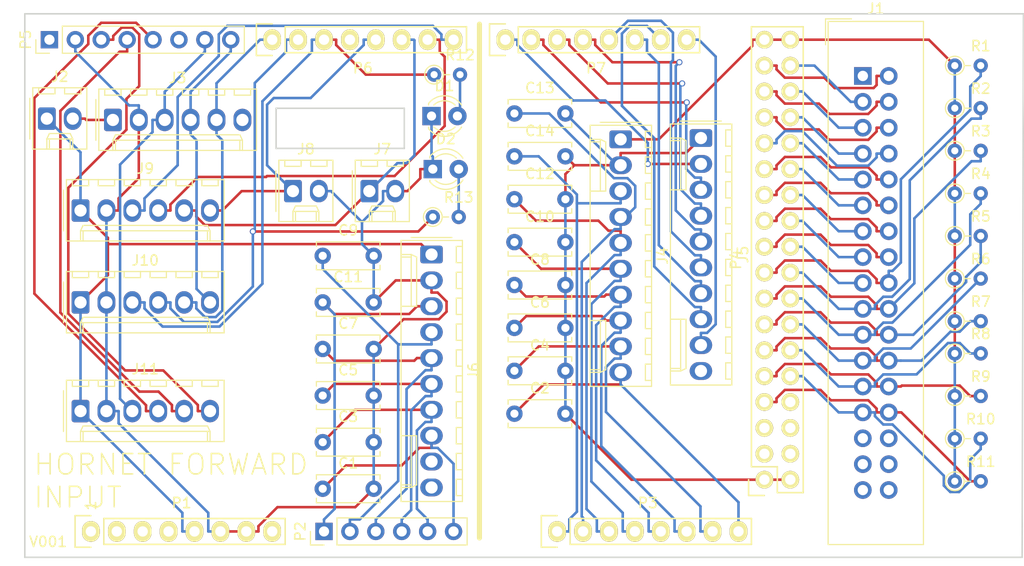
<source format=kicad_pcb>
(kicad_pcb (version 20171130) (host pcbnew "(5.1.5-0-10_14)")
  (title_block (date "mar. 31 mars 2015"))
  (layers (0 F.Cu signal) (31 B.Cu signal) (34 B.Paste user) (35 F.Paste user) (36 B.SilkS user) (37 F.SilkS user) (38 B.Mask user) (39 F.Mask user) (44 Edge.Cuts user))
  (net 0 "")
  (net 1 GND)
  (net 2 /48)
  (net 3 /46)
  (net 4 /47)
  (net 5 /44)
  (net 6 /45)
  (net 7 /42)
  (net 8 /43)
  (net 9 /40)
  (net 10 /41)
  (net 11 /38)
  (net 12 /39)
  (net 13 /36)
  (net 14 /37)
  (net 15 /34)
  (net 16 /35)
  (net 17 /32)
  (net 18 /33)
  (net 19 /30)
  (net 20 /31)
  (net 21 /28)
  (net 22 /29)
  (net 23 /26)
  (net 24 /27)
  (net 25 /24)
  (net 26 /25)
  (net 27 /22)
  (net 28 /23)
  (net 29 +5V)
  (net 30 /A8)
  (net 31 /A9)
  (net 32 /A10)
  (net 33 /A11)
  (net 34 /A12)
  (net 35 /A13)
  (net 36 /A14)
  (net 37 /A15)
  (net 38 "/20(SDA)")
  (net 39 "/21(SCL)")
  (net 40 "/14(Tx3)")
  (net 41 "/15(Rx3)")
  (net 42 "/16(Tx2)")
  (net 43 "/17(Rx2)")
  (net 44 "/18(Tx1)")
  (net 45 "/19(Rx1)")
  (net 46 GNDD)
  (net 47 /A5)
  (net 48 /A4)
  (net 49 /A3)
  (net 50 /A2)
  (net 51 /A1)
  (net 52 /A0)
  (net 53 +5VL)
  (net 54 /D3)
  (net 55 /D2)
  (net 56 /D1)
  (net 57 /D0)
  (net 58 /D8)
  (net 59 /D7)
  (net 60 /D6)
  (net 61 /D5)
  (net 62 /D13)
  (net 63 /D12)
  (net 64 /D11)
  (net 65 /D9)
  (net 66 "Net-(D1-Pad2)")
  (net 67 "Net-(D2-Pad2)")
  (net 68 "Net-(J2-Pad2)")
  (module PT_Library_v001:Molex_1x02_P2.54mm_Vertical (layer F.Cu) (at 151.13 85.725)
    (fp_text reference J8 (at 1.27 -4.12) (layer F.SilkS))
    (fp_text value "Address Select 1")
    (pad 2 thru_hole oval (at 2.54 0) (size 1.74 2.2) (drill 1.2) (layers *.Cu *.Mask) (net 46 GNDD))
    (pad 1 thru_hole roundrect (at 0 0) (size 1.74 2.2) (drill 1.2) (layers *.Cu *.Mask) (roundrect_rratio 0.143678) (net 54 /D3))
  )
  (module PT_Library_v001:PT_R_Axial_DIN0204_L3.6mm_D1.6mm_P2.54mm_Vertical (layer F.Cu) (at 164.846 88.265)
    (fp_text reference R13 (at 2.54 -1.92) (layer F.SilkS))
    (fp_text value R)
    (pad 1 thru_hole circle (at 0 0) (size 1.4 1.4) (drill 0.7) (layers *.Cu *.Mask) (net 60 /D6))
    (pad 2 thru_hole oval (at 2.54 0) (size 1.4 1.4) (drill 0.7) (layers *.Cu *.Mask) (net 67 "Net-(D2-Pad2)"))
  )
  (module PT_Library_v001:PT_R_Axial_DIN0204_L3.6mm_D1.6mm_P2.54mm_Vertical (layer F.Cu) (at 164.973 74.295)
    (fp_text reference R12 (at 2.54 -1.92) (layer F.SilkS))
    (fp_text value R)
    (pad 1 thru_hole circle (at 0 0) (size 1.4 1.4) (drill 0.7) (layers *.Cu *.Mask) (net 61 /D5))
    (pad 2 thru_hole oval (at 2.54 0) (size 1.4 1.4) (drill 0.7) (layers *.Cu *.Mask) (net 66 "Net-(D1-Pad2)"))
  )
  (module PT_Library_v001:Molex_1x02_P2.54mm_Vertical (layer F.Cu) (at 158.623 85.725)
    (fp_text reference J7 (at 1.27 -4.12) (layer F.SilkS))
    (fp_text value "Address Select 0")
    (pad 2 thru_hole oval (at 2.54 0) (size 1.74 2.2) (drill 1.2) (layers *.Cu *.Mask) (net 46 GNDD))
    (pad 1 thru_hole roundrect (at 0 0) (size 1.74 2.2) (drill 1.2) (layers *.Cu *.Mask) (roundrect_rratio 0.143678) (net 55 /D2))
  )
  (module PT_Library_v001:Molex_1x06_P2.54mm_Vertical (layer F.Cu) (at 133.477 78.74)
    (fp_text reference J3 (at 6.35 -4.12) (layer F.SilkS))
    (fp_text value "7219 OUT")
    (pad 6 thru_hole oval (at 12.7 0) (size 1.74 2.2) (drill 1.2) (layers *.Cu *.Mask))
    (pad 5 thru_hole oval (at 10.16 0) (size 1.74 2.2) (drill 1.2) (layers *.Cu *.Mask) (net 59 /D7))
    (pad 4 thru_hole oval (at 7.62 0) (size 1.74 2.2) (drill 1.2) (layers *.Cu *.Mask) (net 58 /D8))
    (pad 3 thru_hole oval (at 5.08 0) (size 1.74 2.2) (drill 1.2) (layers *.Cu *.Mask) (net 65 /D9))
    (pad 2 thru_hole oval (at 2.54 0) (size 1.74 2.2) (drill 1.2) (layers *.Cu *.Mask) (net 46 GNDD))
    (pad 1 thru_hole roundrect (at 0 0) (size 1.74 2.2) (drill 1.2) (layers *.Cu *.Mask) (roundrect_rratio 0.143678) (net 68 "Net-(J2-Pad2)"))
  )
  (module PT_Library_v001:Molex_1x02_P2.54mm_Vertical (layer F.Cu) (at 127 78.613)
    (fp_text reference J2 (at 1.27 -4.12) (layer F.SilkS))
    (fp_text value "5V to Max7219")
    (pad 2 thru_hole oval (at 2.54 0) (size 1.74 2.2) (drill 1.2) (layers *.Cu *.Mask) (net 68 "Net-(J2-Pad2)"))
    (pad 1 thru_hole roundrect (at 0 0) (size 1.74 2.2) (drill 1.2) (layers *.Cu *.Mask) (roundrect_rratio 0.143678) (net 53 +5VL))
  )
  (module LED_THT:LED_D3.0mm (layer F.Cu) (at 164.846 83.566)
    (fp_text reference D2 (at 1.27 -2.96) (layer F.SilkS))
    (fp_text value RED)
    (pad 2 thru_hole circle (at 2.54 0) (size 1.8 1.8) (drill 0.9) (layers *.Cu *.Mask) (net 67 "Net-(D2-Pad2)"))
    (pad 1 thru_hole rect (at 0 0) (size 1.8 1.8) (drill 0.9) (layers *.Cu *.Mask) (net 46 GNDD))
  )
  (module LED_THT:LED_D3.0mm (layer F.Cu) (at 164.719 78.359)
    (fp_text reference D1 (at 1.27 -2.96) (layer F.SilkS))
    (fp_text value GREEN)
    (pad 2 thru_hole circle (at 2.54 0) (size 1.8 1.8) (drill 0.9) (layers *.Cu *.Mask) (net 66 "Net-(D1-Pad2)"))
    (pad 1 thru_hole rect (at 0 0) (size 1.8 1.8) (drill 0.9) (layers *.Cu *.Mask) (net 46 GNDD))
  )
  (module PT_Library_v001:Molex_1x06_P2.54mm_Vertical (layer F.Cu) (at 130.302 107.315)
    (fp_text reference J11 (at 6.35 -4.12) (layer F.SilkS))
    (fp_text value "DIGITAL C")
    (pad 6 thru_hole oval (at 12.7 0) (size 1.74 2.2) (drill 1.2) (layers *.Cu *.Mask) (net 62 /D13))
    (pad 5 thru_hole oval (at 10.16 0) (size 1.74 2.2) (drill 1.2) (layers *.Cu *.Mask) (net 63 /D12))
    (pad 4 thru_hole oval (at 7.62 0) (size 1.74 2.2) (drill 1.2) (layers *.Cu *.Mask) (net 64 /D11))
    (pad 3 thru_hole oval (at 5.08 0) (size 1.74 2.2) (drill 1.2) (layers *.Cu *.Mask) (net 65 /D9))
    (pad 2 thru_hole oval (at 2.54 0) (size 1.74 2.2) (drill 1.2) (layers *.Cu *.Mask) (net 46 GNDD))
    (pad 1 thru_hole roundrect (at 0 0) (size 1.74 2.2) (drill 1.2) (layers *.Cu *.Mask) (roundrect_rratio 0.143678) (net 53 +5VL))
  )
  (module PT_Library_v001:Molex_1x06_P2.54mm_Vertical (layer F.Cu) (at 130.302 96.647)
    (fp_text reference J10 (at 6.35 -4.12) (layer F.SilkS))
    (fp_text value "DIGITAL B")
    (pad 6 thru_hole oval (at 12.7 0) (size 1.74 2.2) (drill 1.2) (layers *.Cu *.Mask) (net 58 /D8))
    (pad 5 thru_hole oval (at 10.16 0) (size 1.74 2.2) (drill 1.2) (layers *.Cu *.Mask) (net 59 /D7))
    (pad 4 thru_hole oval (at 7.62 0) (size 1.74 2.2) (drill 1.2) (layers *.Cu *.Mask) (net 60 /D6))
    (pad 3 thru_hole oval (at 5.08 0) (size 1.74 2.2) (drill 1.2) (layers *.Cu *.Mask) (net 61 /D5))
    (pad 2 thru_hole oval (at 2.54 0) (size 1.74 2.2) (drill 1.2) (layers *.Cu *.Mask) (net 46 GNDD))
    (pad 1 thru_hole roundrect (at 0 0) (size 1.74 2.2) (drill 1.2) (layers *.Cu *.Mask) (roundrect_rratio 0.143678) (net 53 +5VL))
  )
  (module PT_Library_v001:Molex_1x06_P2.54mm_Vertical (layer F.Cu) (at 130.302 87.63)
    (fp_text reference J9 (at 6.35 -4.12) (layer F.SilkS))
    (fp_text value "DIGITAL A")
    (pad 6 thru_hole oval (at 12.7 0) (size 1.74 2.2) (drill 1.2) (layers *.Cu *.Mask) (net 54 /D3))
    (pad 5 thru_hole oval (at 10.16 0) (size 1.74 2.2) (drill 1.2) (layers *.Cu *.Mask) (net 55 /D2))
    (pad 4 thru_hole oval (at 7.62 0) (size 1.74 2.2) (drill 1.2) (layers *.Cu *.Mask) (net 56 /D1))
    (pad 3 thru_hole oval (at 5.08 0) (size 1.74 2.2) (drill 1.2) (layers *.Cu *.Mask) (net 57 /D0))
    (pad 2 thru_hole oval (at 2.54 0) (size 1.74 2.2) (drill 1.2) (layers *.Cu *.Mask) (net 46 GNDD))
    (pad 1 thru_hole roundrect (at 0 0) (size 1.74 2.2) (drill 1.2) (layers *.Cu *.Mask) (roundrect_rratio 0.143678) (net 53 +5VL))
  )
  (module Capacitor_THT:C_Disc_D6.0mm_W2.5mm_P5.00mm (layer F.Cu) (at 172.847 82.3141)
    (fp_text reference C14 (at 2.5 -2.5) (layer F.SilkS))
    (fp_text value C)
    (pad 2 thru_hole circle (at 5 0) (size 1.6 1.6) (drill 0.8) (layers *.Cu *.Mask) (net 1 GND))
    (pad 1 thru_hole circle (at 0 0) (size 1.6 1.6) (drill 0.8) (layers *.Cu *.Mask) (net 30 /A8))
  )
  (module Capacitor_THT:C_Disc_D6.0mm_W2.5mm_P5.00mm (layer F.Cu) (at 172.847 78.105)
    (fp_text reference C13 (at 2.5 -2.5) (layer F.SilkS))
    (fp_text value C)
    (pad 2 thru_hole circle (at 5 0) (size 1.6 1.6) (drill 0.8) (layers *.Cu *.Mask) (net 1 GND))
    (pad 1 thru_hole circle (at 0 0) (size 1.6 1.6) (drill 0.8) (layers *.Cu *.Mask) (net 31 /A9))
  )
  (module Capacitor_THT:C_Disc_D6.0mm_W2.5mm_P5.00mm (layer F.Cu) (at 172.847 86.5233)
    (fp_text reference C12 (at 2.5 -2.5) (layer F.SilkS))
    (fp_text value C)
    (pad 2 thru_hole circle (at 5 0) (size 1.6 1.6) (drill 0.8) (layers *.Cu *.Mask) (net 1 GND))
    (pad 1 thru_hole circle (at 0 0) (size 1.6 1.6) (drill 0.8) (layers *.Cu *.Mask) (net 32 /A10))
  )
  (module Capacitor_THT:C_Disc_D6.0mm_W2.5mm_P5.00mm (layer F.Cu) (at 154.051 96.647)
    (fp_text reference C11 (at 2.5 -2.5) (layer F.SilkS))
    (fp_text value C)
    (pad 2 thru_hole circle (at 5 0) (size 1.6 1.6) (drill 0.8) (layers *.Cu *.Mask) (net 46 GNDD))
    (pad 1 thru_hole circle (at 0 0) (size 1.6 1.6) (drill 0.8) (layers *.Cu *.Mask) (net 52 /A0))
  )
  (module Capacitor_THT:C_Disc_D6.0mm_W2.5mm_P5.00mm (layer F.Cu) (at 172.847 90.7324)
    (fp_text reference C10 (at 2.5 -2.5) (layer F.SilkS))
    (fp_text value C)
    (pad 2 thru_hole circle (at 5 0) (size 1.6 1.6) (drill 0.8) (layers *.Cu *.Mask) (net 1 GND))
    (pad 1 thru_hole circle (at 0 0) (size 1.6 1.6) (drill 0.8) (layers *.Cu *.Mask) (net 33 /A11))
  )
  (module Capacitor_THT:C_Disc_D6.0mm_W2.5mm_P5.00mm (layer F.Cu) (at 154.051 92.075)
    (fp_text reference C9 (at 2.5 -2.5) (layer F.SilkS))
    (fp_text value C)
    (pad 2 thru_hole circle (at 5 0) (size 1.6 1.6) (drill 0.8) (layers *.Cu *.Mask) (net 46 GNDD))
    (pad 1 thru_hole circle (at 0 0) (size 1.6 1.6) (drill 0.8) (layers *.Cu *.Mask) (net 51 /A1))
  )
  (module Capacitor_THT:C_Disc_D6.0mm_W2.5mm_P5.00mm (layer F.Cu) (at 172.847 94.9416)
    (fp_text reference C8 (at 2.5 -2.5) (layer F.SilkS))
    (fp_text value C)
    (pad 2 thru_hole circle (at 5 0) (size 1.6 1.6) (drill 0.8) (layers *.Cu *.Mask) (net 1 GND))
    (pad 1 thru_hole circle (at 0 0) (size 1.6 1.6) (drill 0.8) (layers *.Cu *.Mask) (net 34 /A12))
  )
  (module Capacitor_THT:C_Disc_D6.0mm_W2.5mm_P5.00mm (layer F.Cu) (at 154.051 101.219)
    (fp_text reference C7 (at 2.5 -2.5) (layer F.SilkS))
    (fp_text value C)
    (pad 2 thru_hole circle (at 5 0) (size 1.6 1.6) (drill 0.8) (layers *.Cu *.Mask) (net 46 GNDD))
    (pad 1 thru_hole circle (at 0 0) (size 1.6 1.6) (drill 0.8) (layers *.Cu *.Mask) (net 50 /A2))
  )
  (module Capacitor_THT:C_Disc_D6.0mm_W2.5mm_P5.00mm (layer F.Cu) (at 172.847 99.1507)
    (fp_text reference C6 (at 2.5 -2.5) (layer F.SilkS))
    (fp_text value C)
    (pad 2 thru_hole circle (at 5 0) (size 1.6 1.6) (drill 0.8) (layers *.Cu *.Mask) (net 1 GND))
    (pad 1 thru_hole circle (at 0 0) (size 1.6 1.6) (drill 0.8) (layers *.Cu *.Mask) (net 35 /A13))
  )
  (module Capacitor_THT:C_Disc_D6.0mm_W2.5mm_P5.00mm (layer F.Cu) (at 154.051 105.791)
    (fp_text reference C5 (at 2.5 -2.5) (layer F.SilkS))
    (fp_text value C)
    (pad 2 thru_hole circle (at 5 0) (size 1.6 1.6) (drill 0.8) (layers *.Cu *.Mask) (net 46 GNDD))
    (pad 1 thru_hole circle (at 0 0) (size 1.6 1.6) (drill 0.8) (layers *.Cu *.Mask) (net 49 /A3))
  )
  (module Capacitor_THT:C_Disc_D6.0mm_W2.5mm_P5.00mm (layer F.Cu) (at 172.847 103.36)
    (fp_text reference C4 (at 2.5 -2.5) (layer F.SilkS))
    (fp_text value C)
    (pad 2 thru_hole circle (at 5 0) (size 1.6 1.6) (drill 0.8) (layers *.Cu *.Mask) (net 1 GND))
    (pad 1 thru_hole circle (at 0 0) (size 1.6 1.6) (drill 0.8) (layers *.Cu *.Mask) (net 36 /A14))
  )
  (module Capacitor_THT:C_Disc_D6.0mm_W2.5mm_P5.00mm (layer F.Cu) (at 154.051 110.363)
    (fp_text reference C3 (at 2.5 -2.5) (layer F.SilkS))
    (fp_text value C)
    (pad 2 thru_hole circle (at 5 0) (size 1.6 1.6) (drill 0.8) (layers *.Cu *.Mask) (net 46 GNDD))
    (pad 1 thru_hole circle (at 0 0) (size 1.6 1.6) (drill 0.8) (layers *.Cu *.Mask) (net 48 /A4))
  )
  (module Capacitor_THT:C_Disc_D6.0mm_W2.5mm_P5.00mm (layer F.Cu) (at 172.847 107.569)
    (fp_text reference C2 (at 2.5 -2.5) (layer F.SilkS))
    (fp_text value C)
    (pad 2 thru_hole circle (at 5 0) (size 1.6 1.6) (drill 0.8) (layers *.Cu *.Mask) (net 1 GND))
    (pad 1 thru_hole circle (at 0 0) (size 1.6 1.6) (drill 0.8) (layers *.Cu *.Mask) (net 37 /A15))
  )
  (module Capacitor_THT:C_Disc_D6.0mm_W2.5mm_P5.00mm (layer F.Cu) (at 154.051 114.935)
    (fp_text reference C1 (at 2.5 -2.5) (layer F.SilkS))
    (fp_text value C)
    (pad 2 thru_hole circle (at 5 0) (size 1.6 1.6) (drill 0.8) (layers *.Cu *.Mask) (net 46 GNDD))
    (pad 1 thru_hole circle (at 0 0) (size 1.6 1.6) (drill 0.8) (layers *.Cu *.Mask) (net 47 /A5))
  )
  (module PT_Library_v001:Molex_1x10_P2.54mm_Vertical (layer F.Cu) (at 164.719 91.948 270)
    (fp_text reference J6 (at 11.43 -4.12 90) (layer F.SilkS))
    (fp_text value "ANALOG A")
    (pad 10 thru_hole oval (at 22.86 0 270) (size 1.74 2.2) (drill 1.2) (layers *.Cu *.Mask))
    (pad 9 thru_hole oval (at 20.32 0 270) (size 1.74 2.2) (drill 1.2) (layers *.Cu *.Mask))
    (pad 8 thru_hole oval (at 17.78 0 270) (size 1.74 2.2) (drill 1.2) (layers *.Cu *.Mask) (net 47 /A5))
    (pad 7 thru_hole oval (at 15.24 0 270) (size 1.74 2.2) (drill 1.2) (layers *.Cu *.Mask) (net 48 /A4))
    (pad 6 thru_hole oval (at 12.7 0 270) (size 1.74 2.2) (drill 1.2) (layers *.Cu *.Mask) (net 49 /A3))
    (pad 5 thru_hole oval (at 10.16 0 270) (size 1.74 2.2) (drill 1.2) (layers *.Cu *.Mask) (net 50 /A2))
    (pad 4 thru_hole oval (at 7.62 0 270) (size 1.74 2.2) (drill 1.2) (layers *.Cu *.Mask) (net 51 /A1))
    (pad 3 thru_hole oval (at 5.08 0 270) (size 1.74 2.2) (drill 1.2) (layers *.Cu *.Mask) (net 52 /A0))
    (pad 2 thru_hole oval (at 2.54 0 270) (size 1.74 2.2) (drill 1.2) (layers *.Cu *.Mask) (net 46 GNDD))
    (pad 1 thru_hole roundrect (at 0 0 270) (size 1.74 2.2) (drill 1.2) (layers *.Cu *.Mask) (roundrect_rratio 0.143678) (net 53 +5VL))
  )
  (module Connector_PinHeader_2.54mm:PinHeader_1x08_P2.54mm_Vertical (layer F.Cu) (at 127.254 70.866 90)
    (fp_text reference P5 (at 0 -2.33 90) (layer F.SilkS))
    (fp_text value PWM)
    (pad 8 thru_hole oval (at 0 17.78 90) (size 1.7 1.7) (drill 1) (layers *.Cu *.Mask) (net 58 /D8))
    (pad 7 thru_hole oval (at 0 15.24 90) (size 1.7 1.7) (drill 1) (layers *.Cu *.Mask) (net 65 /D9))
    (pad 6 thru_hole oval (at 0 12.7 90) (size 1.7 1.7) (drill 1) (layers *.Cu *.Mask))
    (pad 5 thru_hole oval (at 0 10.16 90) (size 1.7 1.7) (drill 1) (layers *.Cu *.Mask) (net 64 /D11))
    (pad 4 thru_hole oval (at 0 7.62 90) (size 1.7 1.7) (drill 1) (layers *.Cu *.Mask) (net 63 /D12))
    (pad 3 thru_hole oval (at 0 5.08 90) (size 1.7 1.7) (drill 1) (layers *.Cu *.Mask) (net 62 /D13))
    (pad 2 thru_hole oval (at 0 2.54 90) (size 1.7 1.7) (drill 1) (layers *.Cu *.Mask) (net 46 GNDD))
    (pad 1 thru_hole rect (at 0 0 90) (size 1.7 1.7) (drill 1) (layers *.Cu *.Mask))
  )
  (module Connector_PinHeader_2.54mm:PinHeader_1x06_P2.54mm_Vertical (layer F.Cu) (at 154.178 119.126 90)
    (fp_text reference P2 (at 0 -2.33 90) (layer F.SilkS))
    (fp_text value Analog)
    (pad 6 thru_hole oval (at 0 12.7 90) (size 1.7 1.7) (drill 1) (layers *.Cu *.Mask) (net 47 /A5))
    (pad 5 thru_hole oval (at 0 10.16 90) (size 1.7 1.7) (drill 1) (layers *.Cu *.Mask) (net 48 /A4))
    (pad 4 thru_hole oval (at 0 7.62 90) (size 1.7 1.7) (drill 1) (layers *.Cu *.Mask) (net 49 /A3))
    (pad 3 thru_hole oval (at 0 5.08 90) (size 1.7 1.7) (drill 1) (layers *.Cu *.Mask) (net 50 /A2))
    (pad 2 thru_hole oval (at 0 2.54 90) (size 1.7 1.7) (drill 1) (layers *.Cu *.Mask) (net 51 /A1))
    (pad 1 thru_hole rect (at 0 0 90) (size 1.7 1.7) (drill 1) (layers *.Cu *.Mask) (net 52 /A0))
  )
  (module PT_Library_v001:PT_R_Axial_DIN0204_L3.6mm_D1.6mm_P2.54mm_Vertical (layer F.Cu) (at 216.027 114.201)
    (fp_text reference R11 (at 2.54 -1.92) (layer F.SilkS))
    (fp_text value R)
    (pad 1 thru_hole circle (at 0 0) (size 1.4 1.4) (drill 0.7) (layers *.Cu *.Mask) (net 29 +5V))
    (pad 2 thru_hole oval (at 2.54 0) (size 1.4 1.4) (drill 0.7) (layers *.Cu *.Mask) (net 2 /48))
  )
  (module PT_Library_v001:PT_R_Axial_DIN0204_L3.6mm_D1.6mm_P2.54mm_Vertical (layer F.Cu) (at 216.027 110.02)
    (fp_text reference R10 (at 2.54 -1.92) (layer F.SilkS))
    (fp_text value R)
    (pad 1 thru_hole circle (at 0 0) (size 1.4 1.4) (drill 0.7) (layers *.Cu *.Mask) (net 29 +5V))
    (pad 2 thru_hole oval (at 2.54 0) (size 1.4 1.4) (drill 0.7) (layers *.Cu *.Mask) (net 4 /47))
  )
  (module PT_Library_v001:PT_R_Axial_DIN0204_L3.6mm_D1.6mm_P2.54mm_Vertical (layer F.Cu) (at 216.027 105.839)
    (fp_text reference R9 (at 2.54 -1.92) (layer F.SilkS))
    (fp_text value R)
    (pad 1 thru_hole circle (at 0 0) (size 1.4 1.4) (drill 0.7) (layers *.Cu *.Mask) (net 29 +5V))
    (pad 2 thru_hole oval (at 2.54 0) (size 1.4 1.4) (drill 0.7) (layers *.Cu *.Mask) (net 3 /46))
  )
  (module PT_Library_v001:PT_R_Axial_DIN0204_L3.6mm_D1.6mm_P2.54mm_Vertical (layer F.Cu) (at 216.027 101.658)
    (fp_text reference R8 (at 2.54 -1.92) (layer F.SilkS))
    (fp_text value R)
    (pad 1 thru_hole circle (at 0 0) (size 1.4 1.4) (drill 0.7) (layers *.Cu *.Mask) (net 29 +5V))
    (pad 2 thru_hole oval (at 2.54 0) (size 1.4 1.4) (drill 0.7) (layers *.Cu *.Mask) (net 6 /45))
  )
  (module PT_Library_v001:PT_R_Axial_DIN0204_L3.6mm_D1.6mm_P2.54mm_Vertical (layer F.Cu) (at 216.027 98.4926)
    (fp_text reference R7 (at 2.54 -1.92) (layer F.SilkS))
    (fp_text value R)
    (pad 1 thru_hole circle (at 0 0) (size 1.4 1.4) (drill 0.7) (layers *.Cu *.Mask) (net 29 +5V))
    (pad 2 thru_hole oval (at 2.54 0) (size 1.4 1.4) (drill 0.7) (layers *.Cu *.Mask) (net 5 /44))
  )
  (module PT_Library_v001:PT_R_Axial_DIN0204_L3.6mm_D1.6mm_P2.54mm_Vertical (layer F.Cu) (at 216.027 94.3115)
    (fp_text reference R6 (at 2.54 -1.92) (layer F.SilkS))
    (fp_text value R)
    (pad 1 thru_hole circle (at 0 0) (size 1.4 1.4) (drill 0.7) (layers *.Cu *.Mask) (net 29 +5V))
    (pad 2 thru_hole oval (at 2.54 0) (size 1.4 1.4) (drill 0.7) (layers *.Cu *.Mask) (net 8 /43))
  )
  (module PT_Library_v001:PT_R_Axial_DIN0204_L3.6mm_D1.6mm_P2.54mm_Vertical (layer F.Cu) (at 216.027 90.1304)
    (fp_text reference R5 (at 2.54 -1.92) (layer F.SilkS))
    (fp_text value R)
    (pad 1 thru_hole circle (at 0 0) (size 1.4 1.4) (drill 0.7) (layers *.Cu *.Mask) (net 29 +5V))
    (pad 2 thru_hole oval (at 2.54 0) (size 1.4 1.4) (drill 0.7) (layers *.Cu *.Mask) (net 7 /42))
  )
  (module PT_Library_v001:PT_R_Axial_DIN0204_L3.6mm_D1.6mm_P2.54mm_Vertical (layer F.Cu) (at 216.027 85.9493)
    (fp_text reference R4 (at 2.54 -1.92) (layer F.SilkS))
    (fp_text value R)
    (pad 1 thru_hole circle (at 0 0) (size 1.4 1.4) (drill 0.7) (layers *.Cu *.Mask) (net 29 +5V))
    (pad 2 thru_hole oval (at 2.54 0) (size 1.4 1.4) (drill 0.7) (layers *.Cu *.Mask) (net 10 /41))
  )
  (module PT_Library_v001:PT_R_Axial_DIN0204_L3.6mm_D1.6mm_P2.54mm_Vertical (layer F.Cu) (at 216.027 81.7682)
    (fp_text reference R3 (at 2.54 -1.92) (layer F.SilkS))
    (fp_text value R)
    (pad 1 thru_hole circle (at 0 0) (size 1.4 1.4) (drill 0.7) (layers *.Cu *.Mask) (net 29 +5V))
    (pad 2 thru_hole oval (at 2.54 0) (size 1.4 1.4) (drill 0.7) (layers *.Cu *.Mask) (net 9 /40))
  )
  (module PT_Library_v001:PT_R_Axial_DIN0204_L3.6mm_D1.6mm_P2.54mm_Vertical (layer F.Cu) (at 216.027 77.5871)
    (fp_text reference R2 (at 2.54 -1.92) (layer F.SilkS))
    (fp_text value R)
    (pad 1 thru_hole circle (at 0 0) (size 1.4 1.4) (drill 0.7) (layers *.Cu *.Mask) (net 29 +5V))
    (pad 2 thru_hole oval (at 2.54 0) (size 1.4 1.4) (drill 0.7) (layers *.Cu *.Mask) (net 12 /39))
  )
  (module PT_Library_v001:PT_R_Axial_DIN0204_L3.6mm_D1.6mm_P2.54mm_Vertical (layer F.Cu) (at 216.027 73.406)
    (fp_text reference R1 (at 2.54 -1.92) (layer F.SilkS))
    (fp_text value R)
    (pad 1 thru_hole circle (at 0 0) (size 1.4 1.4) (drill 0.7) (layers *.Cu *.Mask) (net 29 +5V))
    (pad 2 thru_hole oval (at 2.54 0) (size 1.4 1.4) (drill 0.7) (layers *.Cu *.Mask) (net 11 /38))
  )
  (module PT_Library_v001:Molex_1x10_P2.54mm_Vertical (layer F.Cu) (at 191.135 80.518 270)
    (fp_text reference J5 (at 11.43 -4.12 90) (layer F.SilkS))
    (fp_text value ENCODERS)
    (pad 10 thru_hole oval (at 22.86 0 270) (size 1.74 2.2) (drill 1.2) (layers *.Cu *.Mask))
    (pad 9 thru_hole oval (at 20.32 0 270) (size 1.74 2.2) (drill 1.2) (layers *.Cu *.Mask) (net 39 "/21(SCL)"))
    (pad 8 thru_hole oval (at 17.78 0 270) (size 1.74 2.2) (drill 1.2) (layers *.Cu *.Mask) (net 38 "/20(SDA)"))
    (pad 7 thru_hole oval (at 15.24 0 270) (size 1.74 2.2) (drill 1.2) (layers *.Cu *.Mask) (net 45 "/19(Rx1)"))
    (pad 6 thru_hole oval (at 12.7 0 270) (size 1.74 2.2) (drill 1.2) (layers *.Cu *.Mask) (net 44 "/18(Tx1)"))
    (pad 5 thru_hole oval (at 10.16 0 270) (size 1.74 2.2) (drill 1.2) (layers *.Cu *.Mask) (net 43 "/17(Rx2)"))
    (pad 4 thru_hole oval (at 7.62 0 270) (size 1.74 2.2) (drill 1.2) (layers *.Cu *.Mask) (net 42 "/16(Tx2)"))
    (pad 3 thru_hole oval (at 5.08 0 270) (size 1.74 2.2) (drill 1.2) (layers *.Cu *.Mask) (net 41 "/15(Rx3)"))
    (pad 2 thru_hole oval (at 2.54 0 270) (size 1.74 2.2) (drill 1.2) (layers *.Cu *.Mask) (net 40 "/14(Tx3)"))
    (pad 1 thru_hole roundrect (at 0 0 270) (size 1.74 2.2) (drill 1.2) (layers *.Cu *.Mask) (roundrect_rratio 0.143678) (net 1 GND))
  )
  (module PT_Library_v001:Molex_1x10_P2.54mm_Vertical (layer F.Cu) (at 183.261 80.645 270)
    (fp_text reference J4 (at 11.43 -4.12 90) (layer F.SilkS))
    (fp_text value "ANALOG B")
    (pad 10 thru_hole oval (at 22.86 0 270) (size 1.74 2.2) (drill 1.2) (layers *.Cu *.Mask) (net 37 /A15))
    (pad 9 thru_hole oval (at 20.32 0 270) (size 1.74 2.2) (drill 1.2) (layers *.Cu *.Mask) (net 36 /A14))
    (pad 8 thru_hole oval (at 17.78 0 270) (size 1.74 2.2) (drill 1.2) (layers *.Cu *.Mask) (net 35 /A13))
    (pad 7 thru_hole oval (at 15.24 0 270) (size 1.74 2.2) (drill 1.2) (layers *.Cu *.Mask) (net 34 /A12))
    (pad 6 thru_hole oval (at 12.7 0 270) (size 1.74 2.2) (drill 1.2) (layers *.Cu *.Mask) (net 33 /A11))
    (pad 5 thru_hole oval (at 10.16 0 270) (size 1.74 2.2) (drill 1.2) (layers *.Cu *.Mask) (net 32 /A10))
    (pad 4 thru_hole oval (at 7.62 0 270) (size 1.74 2.2) (drill 1.2) (layers *.Cu *.Mask) (net 31 /A9))
    (pad 3 thru_hole oval (at 5.08 0 270) (size 1.74 2.2) (drill 1.2) (layers *.Cu *.Mask) (net 30 /A8))
    (pad 2 thru_hole oval (at 2.54 0 270) (size 1.74 2.2) (drill 1.2) (layers *.Cu *.Mask) (net 1 GND))
    (pad 1 thru_hole roundrect (at 0 0 270) (size 1.74 2.2) (drill 1.2) (layers *.Cu *.Mask) (roundrect_rratio 0.143678) (net 29 +5V))
  )
  (module Connector_IDC:IDC-Header_2x17_P2.54mm_Vertical (layer F.Cu) (at 207.01 74.422)
    (fp_text reference J1 (at 1.27 -6.604) (layer F.SilkS))
    (fp_text value "MATRIX INPUT")
    (pad 34 thru_hole oval (at 2.54 40.64) (size 1.7272 1.7272) (drill 1.016) (layers *.Cu *.Mask))
    (pad 33 thru_hole oval (at 0 40.64) (size 1.7272 1.7272) (drill 1.016) (layers *.Cu *.Mask))
    (pad 32 thru_hole oval (at 2.54 38.1) (size 1.7272 1.7272) (drill 1.016) (layers *.Cu *.Mask))
    (pad 31 thru_hole oval (at 0 38.1) (size 1.7272 1.7272) (drill 1.016) (layers *.Cu *.Mask))
    (pad 30 thru_hole oval (at 2.54 35.56) (size 1.7272 1.7272) (drill 1.016) (layers *.Cu *.Mask))
    (pad 29 thru_hole oval (at 0 35.56) (size 1.7272 1.7272) (drill 1.016) (layers *.Cu *.Mask))
    (pad 28 thru_hole oval (at 2.54 33.02) (size 1.7272 1.7272) (drill 1.016) (layers *.Cu *.Mask) (net 2 /48))
    (pad 27 thru_hole oval (at 0 33.02) (size 1.7272 1.7272) (drill 1.016) (layers *.Cu *.Mask) (net 4 /47))
    (pad 26 thru_hole oval (at 2.54 30.48) (size 1.7272 1.7272) (drill 1.016) (layers *.Cu *.Mask) (net 3 /46))
    (pad 25 thru_hole oval (at 0 30.48) (size 1.7272 1.7272) (drill 1.016) (layers *.Cu *.Mask) (net 6 /45))
    (pad 24 thru_hole oval (at 2.54 27.94) (size 1.7272 1.7272) (drill 1.016) (layers *.Cu *.Mask) (net 5 /44))
    (pad 23 thru_hole oval (at 0 27.94) (size 1.7272 1.7272) (drill 1.016) (layers *.Cu *.Mask) (net 8 /43))
    (pad 22 thru_hole oval (at 2.54 25.4) (size 1.7272 1.7272) (drill 1.016) (layers *.Cu *.Mask) (net 7 /42))
    (pad 21 thru_hole oval (at 0 25.4) (size 1.7272 1.7272) (drill 1.016) (layers *.Cu *.Mask) (net 10 /41))
    (pad 20 thru_hole oval (at 2.54 22.86) (size 1.7272 1.7272) (drill 1.016) (layers *.Cu *.Mask) (net 9 /40))
    (pad 19 thru_hole oval (at 0 22.86) (size 1.7272 1.7272) (drill 1.016) (layers *.Cu *.Mask) (net 12 /39))
    (pad 18 thru_hole oval (at 2.54 20.32) (size 1.7272 1.7272) (drill 1.016) (layers *.Cu *.Mask) (net 11 /38))
    (pad 17 thru_hole oval (at 0 20.32) (size 1.7272 1.7272) (drill 1.016) (layers *.Cu *.Mask) (net 14 /37))
    (pad 16 thru_hole oval (at 2.54 17.78) (size 1.7272 1.7272) (drill 1.016) (layers *.Cu *.Mask) (net 13 /36))
    (pad 15 thru_hole oval (at 0 17.78) (size 1.7272 1.7272) (drill 1.016) (layers *.Cu *.Mask) (net 16 /35))
    (pad 14 thru_hole oval (at 2.54 15.24) (size 1.7272 1.7272) (drill 1.016) (layers *.Cu *.Mask) (net 15 /34))
    (pad 13 thru_hole oval (at 0 15.24) (size 1.7272 1.7272) (drill 1.016) (layers *.Cu *.Mask) (net 18 /33))
    (pad 12 thru_hole oval (at 2.54 12.7) (size 1.7272 1.7272) (drill 1.016) (layers *.Cu *.Mask) (net 17 /32))
    (pad 11 thru_hole oval (at 0 12.7) (size 1.7272 1.7272) (drill 1.016) (layers *.Cu *.Mask) (net 20 /31))
    (pad 10 thru_hole oval (at 2.54 10.16) (size 1.7272 1.7272) (drill 1.016) (layers *.Cu *.Mask) (net 19 /30))
    (pad 9 thru_hole oval (at 0 10.16) (size 1.7272 1.7272) (drill 1.016) (layers *.Cu *.Mask) (net 22 /29))
    (pad 8 thru_hole oval (at 2.54 7.62) (size 1.7272 1.7272) (drill 1.016) (layers *.Cu *.Mask) (net 21 /28))
    (pad 7 thru_hole oval (at 0 7.62) (size 1.7272 1.7272) (drill 1.016) (layers *.Cu *.Mask) (net 24 /27))
    (pad 6 thru_hole oval (at 2.54 5.08) (size 1.7272 1.7272) (drill 1.016) (layers *.Cu *.Mask) (net 23 /26))
    (pad 5 thru_hole oval (at 0 5.08) (size 1.7272 1.7272) (drill 1.016) (layers *.Cu *.Mask) (net 26 /25))
    (pad 4 thru_hole oval (at 2.54 2.54) (size 1.7272 1.7272) (drill 1.016) (layers *.Cu *.Mask) (net 25 /24))
    (pad 3 thru_hole oval (at 0 2.54) (size 1.7272 1.7272) (drill 1.016) (layers *.Cu *.Mask) (net 28 /23))
    (pad 2 thru_hole oval (at 2.54 0) (size 1.7272 1.7272) (drill 1.016) (layers *.Cu *.Mask) (net 27 /22))
    (pad 1 thru_hole rect (at 0 0) (size 1.7272 1.7272) (drill 1.016) (layers *.Cu *.Mask))
  )
  (module Socket_Arduino_Mega:Socket_Strip_Arduino_2x18 (layer F.Cu) (at 197.358 114.046 90)
    (fp_text reference P4 (at 21.59 -2.794 90) (layer F.SilkS))
    (fp_text value Digital)
    (pad 1 thru_hole circle (at 0 0 90) (size 1.7272 1.7272) (drill 1.016) (layers *.Cu *.Mask F.SilkS) (net 1 GND))
    (pad 2 thru_hole oval (at 0 2.54 90) (size 1.7272 1.7272) (drill 1.016) (layers *.Cu *.Mask F.SilkS) (net 1 GND))
    (pad 3 thru_hole oval (at 2.54 0 90) (size 1.7272 1.7272) (drill 1.016) (layers *.Cu *.Mask F.SilkS))
    (pad 4 thru_hole oval (at 2.54 2.54 90) (size 1.7272 1.7272) (drill 1.016) (layers *.Cu *.Mask F.SilkS))
    (pad 5 thru_hole oval (at 5.08 0 90) (size 1.7272 1.7272) (drill 1.016) (layers *.Cu *.Mask F.SilkS))
    (pad 6 thru_hole oval (at 5.08 2.54 90) (size 1.7272 1.7272) (drill 1.016) (layers *.Cu *.Mask F.SilkS))
    (pad 7 thru_hole oval (at 7.62 0 90) (size 1.7272 1.7272) (drill 1.016) (layers *.Cu *.Mask F.SilkS) (net 2 /48))
    (pad 8 thru_hole oval (at 7.62 2.54 90) (size 1.7272 1.7272) (drill 1.016) (layers *.Cu *.Mask F.SilkS))
    (pad 9 thru_hole oval (at 10.16 0 90) (size 1.7272 1.7272) (drill 1.016) (layers *.Cu *.Mask F.SilkS) (net 3 /46))
    (pad 10 thru_hole oval (at 10.16 2.54 90) (size 1.7272 1.7272) (drill 1.016) (layers *.Cu *.Mask F.SilkS) (net 4 /47))
    (pad 11 thru_hole oval (at 12.7 0 90) (size 1.7272 1.7272) (drill 1.016) (layers *.Cu *.Mask F.SilkS) (net 5 /44))
    (pad 12 thru_hole oval (at 12.7 2.54 90) (size 1.7272 1.7272) (drill 1.016) (layers *.Cu *.Mask F.SilkS) (net 6 /45))
    (pad 13 thru_hole oval (at 15.24 0 90) (size 1.7272 1.7272) (drill 1.016) (layers *.Cu *.Mask F.SilkS) (net 7 /42))
    (pad 14 thru_hole oval (at 15.24 2.54 90) (size 1.7272 1.7272) (drill 1.016) (layers *.Cu *.Mask F.SilkS) (net 8 /43))
    (pad 15 thru_hole oval (at 17.78 0 90) (size 1.7272 1.7272) (drill 1.016) (layers *.Cu *.Mask F.SilkS) (net 9 /40))
    (pad 16 thru_hole oval (at 17.78 2.54 90) (size 1.7272 1.7272) (drill 1.016) (layers *.Cu *.Mask F.SilkS) (net 10 /41))
    (pad 17 thru_hole oval (at 20.32 0 90) (size 1.7272 1.7272) (drill 1.016) (layers *.Cu *.Mask F.SilkS) (net 11 /38))
    (pad 18 thru_hole oval (at 20.32 2.54 90) (size 1.7272 1.7272) (drill 1.016) (layers *.Cu *.Mask F.SilkS) (net 12 /39))
    (pad 19 thru_hole oval (at 22.86 0 90) (size 1.7272 1.7272) (drill 1.016) (layers *.Cu *.Mask F.SilkS) (net 13 /36))
    (pad 20 thru_hole oval (at 22.86 2.54 90) (size 1.7272 1.7272) (drill 1.016) (layers *.Cu *.Mask F.SilkS) (net 14 /37))
    (pad 21 thru_hole oval (at 25.4 0 90) (size 1.7272 1.7272) (drill 1.016) (layers *.Cu *.Mask F.SilkS) (net 15 /34))
    (pad 22 thru_hole oval (at 25.4 2.54 90) (size 1.7272 1.7272) (drill 1.016) (layers *.Cu *.Mask F.SilkS) (net 16 /35))
    (pad 23 thru_hole oval (at 27.94 0 90) (size 1.7272 1.7272) (drill 1.016) (layers *.Cu *.Mask F.SilkS) (net 17 /32))
    (pad 24 thru_hole oval (at 27.94 2.54 90) (size 1.7272 1.7272) (drill 1.016) (layers *.Cu *.Mask F.SilkS) (net 18 /33))
    (pad 25 thru_hole oval (at 30.48 0 90) (size 1.7272 1.7272) (drill 1.016) (layers *.Cu *.Mask F.SilkS) (net 19 /30))
    (pad 26 thru_hole oval (at 30.48 2.54 90) (size 1.7272 1.7272) (drill 1.016) (layers *.Cu *.Mask F.SilkS) (net 20 /31))
    (pad 27 thru_hole oval (at 33.02 0 90) (size 1.7272 1.7272) (drill 1.016) (layers *.Cu *.Mask F.SilkS) (net 21 /28))
    (pad 28 thru_hole oval (at 33.02 2.54 90) (size 1.7272 1.7272) (drill 1.016) (layers *.Cu *.Mask F.SilkS) (net 22 /29))
    (pad 29 thru_hole oval (at 35.56 0 90) (size 1.7272 1.7272) (drill 1.016) (layers *.Cu *.Mask F.SilkS) (net 23 /26))
    (pad 30 thru_hole oval (at 35.56 2.54 90) (size 1.7272 1.7272) (drill 1.016) (layers *.Cu *.Mask F.SilkS) (net 24 /27))
    (pad 31 thru_hole oval (at 38.1 0 90) (size 1.7272 1.7272) (drill 1.016) (layers *.Cu *.Mask F.SilkS) (net 25 /24))
    (pad 32 thru_hole oval (at 38.1 2.54 90) (size 1.7272 1.7272) (drill 1.016) (layers *.Cu *.Mask F.SilkS) (net 26 /25))
    (pad 33 thru_hole oval (at 40.64 0 90) (size 1.7272 1.7272) (drill 1.016) (layers *.Cu *.Mask F.SilkS) (net 27 /22))
    (pad 34 thru_hole oval (at 40.64 2.54 90) (size 1.7272 1.7272) (drill 1.016) (layers *.Cu *.Mask F.SilkS) (net 28 /23))
    (pad 35 thru_hole oval (at 43.18 0 90) (size 1.7272 1.7272) (drill 1.016) (layers *.Cu *.Mask F.SilkS) (net 29 +5V))
    (pad 36 thru_hole oval (at 43.18 2.54 90) (size 1.7272 1.7272) (drill 1.016) (layers *.Cu *.Mask F.SilkS) (net 29 +5V))
  )
  (module Socket_Arduino_Mega:Socket_Strip_Arduino_1x08 (layer F.Cu) (at 131.318 119.126)
    (fp_text reference P1 (at 8.89 -2.794) (layer F.SilkS))
    (fp_text value Power)
    (pad 1 thru_hole oval (at 0 0) (size 1.7272 2.032) (drill 1.016) (layers *.Cu *.Mask F.SilkS))
    (pad 2 thru_hole oval (at 2.54 0) (size 1.7272 2.032) (drill 1.016) (layers *.Cu *.Mask F.SilkS))
    (pad 3 thru_hole oval (at 5.08 0) (size 1.7272 2.032) (drill 1.016) (layers *.Cu *.Mask F.SilkS))
    (pad 4 thru_hole oval (at 7.62 0) (size 1.7272 2.032) (drill 1.016) (layers *.Cu *.Mask F.SilkS))
    (pad 5 thru_hole oval (at 10.16 0) (size 1.7272 2.032) (drill 1.016) (layers *.Cu *.Mask F.SilkS) (net 53 +5VL))
    (pad 6 thru_hole oval (at 12.7 0) (size 1.7272 2.032) (drill 1.016) (layers *.Cu *.Mask F.SilkS) (net 46 GNDD))
    (pad 7 thru_hole oval (at 15.24 0) (size 1.7272 2.032) (drill 1.016) (layers *.Cu *.Mask F.SilkS) (net 46 GNDD))
    (pad 8 thru_hole oval (at 17.78 0) (size 1.7272 2.032) (drill 1.016) (layers *.Cu *.Mask F.SilkS))
  )
  (module Socket_Arduino_Mega:Socket_Strip_Arduino_1x08 (layer F.Cu) (at 177.038 119.126)
    (fp_text reference P3 (at 8.89 -2.794) (layer F.SilkS))
    (fp_text value Analog)
    (pad 1 thru_hole oval (at 0 0) (size 1.7272 2.032) (drill 1.016) (layers *.Cu *.Mask F.SilkS) (net 30 /A8))
    (pad 2 thru_hole oval (at 2.54 0) (size 1.7272 2.032) (drill 1.016) (layers *.Cu *.Mask F.SilkS) (net 31 /A9))
    (pad 3 thru_hole oval (at 5.08 0) (size 1.7272 2.032) (drill 1.016) (layers *.Cu *.Mask F.SilkS) (net 32 /A10))
    (pad 4 thru_hole oval (at 7.62 0) (size 1.7272 2.032) (drill 1.016) (layers *.Cu *.Mask F.SilkS) (net 33 /A11))
    (pad 5 thru_hole oval (at 10.16 0) (size 1.7272 2.032) (drill 1.016) (layers *.Cu *.Mask F.SilkS) (net 34 /A12))
    (pad 6 thru_hole oval (at 12.7 0) (size 1.7272 2.032) (drill 1.016) (layers *.Cu *.Mask F.SilkS) (net 35 /A13))
    (pad 7 thru_hole oval (at 15.24 0) (size 1.7272 2.032) (drill 1.016) (layers *.Cu *.Mask F.SilkS) (net 36 /A14))
    (pad 8 thru_hole oval (at 17.78 0) (size 1.7272 2.032) (drill 1.016) (layers *.Cu *.Mask F.SilkS) (net 37 /A15))
  )
  (module Socket_Arduino_Mega:Socket_Strip_Arduino_1x08 (layer F.Cu) (at 149.098 70.866)
    (fp_text reference P6 (at 8.89 2.794) (layer F.SilkS))
    (fp_text value PWM)
    (pad 1 thru_hole oval (at 0 0) (size 1.7272 2.032) (drill 1.016) (layers *.Cu *.Mask F.SilkS) (net 59 /D7))
    (pad 2 thru_hole oval (at 2.54 0) (size 1.7272 2.032) (drill 1.016) (layers *.Cu *.Mask F.SilkS) (net 60 /D6))
    (pad 3 thru_hole oval (at 5.08 0) (size 1.7272 2.032) (drill 1.016) (layers *.Cu *.Mask F.SilkS) (net 61 /D5))
    (pad 4 thru_hole oval (at 7.62 0) (size 1.7272 2.032) (drill 1.016) (layers *.Cu *.Mask F.SilkS))
    (pad 5 thru_hole oval (at 10.16 0) (size 1.7272 2.032) (drill 1.016) (layers *.Cu *.Mask F.SilkS) (net 54 /D3))
    (pad 6 thru_hole oval (at 12.7 0) (size 1.7272 2.032) (drill 1.016) (layers *.Cu *.Mask F.SilkS) (net 55 /D2))
    (pad 7 thru_hole oval (at 15.24 0) (size 1.7272 2.032) (drill 1.016) (layers *.Cu *.Mask F.SilkS) (net 56 /D1))
    (pad 8 thru_hole oval (at 17.78 0) (size 1.7272 2.032) (drill 1.016) (layers *.Cu *.Mask F.SilkS) (net 57 /D0))
  )
  (module Socket_Arduino_Mega:Socket_Strip_Arduino_1x08 (layer F.Cu) (at 171.958 70.866)
    (fp_text reference P7 (at 8.89 2.794) (layer F.SilkS))
    (fp_text value Communication)
    (pad 1 thru_hole oval (at 0 0) (size 1.7272 2.032) (drill 1.016) (layers *.Cu *.Mask F.SilkS) (net 40 "/14(Tx3)"))
    (pad 2 thru_hole oval (at 2.54 0) (size 1.7272 2.032) (drill 1.016) (layers *.Cu *.Mask F.SilkS) (net 41 "/15(Rx3)"))
    (pad 3 thru_hole oval (at 5.08 0) (size 1.7272 2.032) (drill 1.016) (layers *.Cu *.Mask F.SilkS) (net 42 "/16(Tx2)"))
    (pad 4 thru_hole oval (at 7.62 0) (size 1.7272 2.032) (drill 1.016) (layers *.Cu *.Mask F.SilkS) (net 43 "/17(Rx2)"))
    (pad 5 thru_hole oval (at 10.16 0) (size 1.7272 2.032) (drill 1.016) (layers *.Cu *.Mask F.SilkS) (net 44 "/18(Tx1)"))
    (pad 6 thru_hole oval (at 12.7 0) (size 1.7272 2.032) (drill 1.016) (layers *.Cu *.Mask F.SilkS) (net 45 "/19(Rx1)"))
    (pad 7 thru_hole oval (at 15.24 0) (size 1.7272 2.032) (drill 1.016) (layers *.Cu *.Mask F.SilkS) (net 38 "/20(SDA)"))
    (pad 8 thru_hole oval (at 17.78 0) (size 1.7272 2.032) (drill 1.016) (layers *.Cu *.Mask F.SilkS) (net 39 "/21(SCL)"))
  )
  (gr_line (start 149.479 77.597) (end 149.606 77.597) (layer Edge.Cuts) (width 0.15))
  (gr_line (start 149.479 81.534) (end 149.479 77.597) (layer Edge.Cuts) (width 0.15))
  (gr_line (start 162.052 81.534) (end 149.479 81.534) (layer Edge.Cuts) (width 0.15))
  (gr_line (start 162.052 77.597) (end 162.052 81.534) (layer Edge.Cuts) (width 0.15))
  (gr_line (start 149.606 77.597) (end 162.052 77.597) (layer Edge.Cuts) (width 0.15))
  (gr_text "V001\n" (at 127.127 120.142) (layer F.SilkS) (effects (font (size 1 1))))
  (gr_text "HORNET FORWARD \nINPUT" (at 125.603 114.173) (layer F.SilkS) (effects (font (size 2 2)) (justify left)))
  (gr_line (start 169.418 69.342) (end 169.418 119.761) (layer F.SilkS) (width 0.5))
  (gr_line (start 222.631 121.666) (end 222.758 68.326) (layer Edge.Cuts) (width 0.15))
  (gr_line (start 124.841 121.666) (end 222.631 121.666) (layer Edge.Cuts) (width 0.15))
  (gr_line (start 124.841 68.326) (end 222.758 68.326) (layer Edge.Cuts) (width 0.15))
  (gr_line (start 124.841 68.326) (end 124.841 121.666) (layer Edge.Cuts) (width 0.15))
  (gr_text 1 (at 131.318 116.586 90) (layer F.SilkS) (effects (font (size 1 1))))
  (segment (start 177.847 78.105) (end 182.927 83.185) (width 0.25) (layer B.Cu) (net 1))
  (segment (start 182.927 83.185) (end 183.261 83.185) (width 0.25) (layer B.Cu) (net 1))
  (segment (start 178.7179 83.185) (end 177.847 82.3141) (width 0.25) (layer F.Cu) (net 1))
  (segment (start 183.261 83.185) (end 178.7179 83.185) (width 0.25) (layer F.Cu) (net 1))
  (segment (start 177.847 86.5233) (end 177.847 84.0559) (width 0.25) (layer F.Cu) (net 1))
  (segment (start 177.847 84.0559) (end 178.7179 83.185) (width 0.25) (layer F.Cu) (net 1))
  (segment (start 177.847 90.7324) (end 177.847 86.5233) (width 0.25) (layer B.Cu) (net 1))
  (segment (start 177.847 94.9416) (end 177.847 90.7324) (width 0.25) (layer B.Cu) (net 1))
  (segment (start 177.847 99.1507) (end 177.847 94.9416) (width 0.25) (layer B.Cu) (net 1))
  (segment (start 177.847 103.36) (end 177.847 99.1507) (width 0.25) (layer B.Cu) (net 1))
  (segment (start 177.847 107.569) (end 177.847 103.36) (width 0.25) (layer B.Cu) (net 1))
  (segment (start 183.261 83.185) (end 183.261 81.9897) (width 0.25) (layer F.Cu) (net 1))
  (segment (start 191.135 80.518) (end 189.6633 81.9897) (width 0.25) (layer F.Cu) (net 1))
  (segment (start 189.6633 81.9897) (end 183.261 81.9897) (width 0.25) (layer F.Cu) (net 1))
  (segment (start 197.358 114.046) (end 184.324 114.046) (width 0.25) (layer F.Cu) (net 1))
  (segment (start 184.324 114.046) (end 177.847 107.569) (width 0.25) (layer F.Cu) (net 1))
  (segment (start 199.898 114.046) (end 197.358 114.046) (width 0.25) (layer F.Cu) (net 1))
  (segment (start 209.55 107.442) (end 208.3611 107.442) (width 0.25) (layer F.Cu) (net 2))
  (segment (start 197.358 106.426) (end 198.5469 106.426) (width 0.25) (layer F.Cu) (net 2))
  (segment (start 198.5469 106.426) (end 198.5469 106.0545) (width 0.25) (layer F.Cu) (net 2))
  (segment (start 198.5469 106.0545) (end 199.3668 105.2346) (width 0.25) (layer F.Cu) (net 2))
  (segment (start 199.3668 105.2346) (end 202.8597 105.2346) (width 0.25) (layer F.Cu) (net 2))
  (segment (start 202.8597 105.2346) (end 203.8782 106.2531) (width 0.25) (layer F.Cu) (net 2))
  (segment (start 203.8782 106.2531) (end 207.5438 106.2531) (width 0.25) (layer F.Cu) (net 2))
  (segment (start 207.5438 106.2531) (end 208.3611 107.0704) (width 0.25) (layer F.Cu) (net 2))
  (segment (start 208.3611 107.0704) (end 208.3611 107.442) (width 0.25) (layer F.Cu) (net 2))
  (segment (start 218.567 114.201) (end 217.5417 114.201) (width 0.25) (layer F.Cu) (net 2))
  (segment (start 209.55 107.442) (end 210.7827 107.442) (width 0.25) (layer F.Cu) (net 2))
  (segment (start 210.7827 107.442) (end 217.5417 114.201) (width 0.25) (layer F.Cu) (net 2))
  (segment (start 209.55 104.902) (end 208.3611 104.902) (width 0.25) (layer F.Cu) (net 3))
  (segment (start 197.358 103.886) (end 198.5469 103.886) (width 0.25) (layer F.Cu) (net 3))
  (segment (start 198.5469 103.886) (end 198.5469 103.5145) (width 0.25) (layer F.Cu) (net 3))
  (segment (start 198.5469 103.5145) (end 199.3668 102.6946) (width 0.25) (layer F.Cu) (net 3))
  (segment (start 199.3668 102.6946) (end 202.8597 102.6946) (width 0.25) (layer F.Cu) (net 3))
  (segment (start 202.8597 102.6946) (end 203.8782 103.7131) (width 0.25) (layer F.Cu) (net 3))
  (segment (start 203.8782 103.7131) (end 207.5438 103.7131) (width 0.25) (layer F.Cu) (net 3))
  (segment (start 207.5438 103.7131) (end 208.3611 104.5304) (width 0.25) (layer F.Cu) (net 3))
  (segment (start 208.3611 104.5304) (end 208.3611 104.902) (width 0.25) (layer F.Cu) (net 3))
  (segment (start 218.567 105.839) (end 217.5417 105.839) (width 0.25) (layer F.Cu) (net 3))
  (segment (start 209.55 104.902) (end 210.7389 104.902) (width 0.25) (layer F.Cu) (net 3))
  (segment (start 210.7389 104.902) (end 210.8272 104.8137) (width 0.25) (layer F.Cu) (net 3))
  (segment (start 210.8272 104.8137) (end 216.5164 104.8137) (width 0.25) (layer F.Cu) (net 3))
  (segment (start 216.5164 104.8137) (end 217.5417 105.839) (width 0.25) (layer F.Cu) (net 3))
  (segment (start 207.01 107.442) (end 208.1989 107.442) (width 0.25) (layer B.Cu) (net 4))
  (segment (start 208.1989 107.442) (end 208.1989 107.8136) (width 0.25) (layer B.Cu) (net 4))
  (segment (start 208.1989 107.8136) (end 209.0162 108.6309) (width 0.25) (layer B.Cu) (net 4))
  (segment (start 209.0162 108.6309) (end 209.9248 108.6309) (width 0.25) (layer B.Cu) (net 4))
  (segment (start 209.9248 108.6309) (end 214.952 113.6581) (width 0.25) (layer B.Cu) (net 4))
  (segment (start 214.952 113.6581) (end 214.952 114.6227) (width 0.25) (layer B.Cu) (net 4))
  (segment (start 214.952 114.6227) (end 215.5841 115.2548) (width 0.25) (layer B.Cu) (net 4))
  (segment (start 215.5841 115.2548) (end 216.4538 115.2548) (width 0.25) (layer B.Cu) (net 4))
  (segment (start 216.4538 115.2548) (end 217.5417 114.1669) (width 0.25) (layer B.Cu) (net 4))
  (segment (start 217.5417 114.1669) (end 217.5417 112.0706) (width 0.25) (layer B.Cu) (net 4))
  (segment (start 217.5417 112.0706) (end 218.567 111.0453) (width 0.25) (layer B.Cu) (net 4))
  (segment (start 201.0869 103.886) (end 204.6429 107.442) (width 0.25) (layer B.Cu) (net 4))
  (segment (start 204.6429 107.442) (end 207.01 107.442) (width 0.25) (layer B.Cu) (net 4))
  (segment (start 218.567 110.02) (end 218.567 111.0453) (width 0.25) (layer B.Cu) (net 4))
  (segment (start 199.898 103.886) (end 201.0869 103.886) (width 0.25) (layer B.Cu) (net 4))
  (segment (start 218.567 98.4926) (end 217.5417 98.4926) (width 0.25) (layer B.Cu) (net 5))
  (segment (start 209.55 102.362) (end 210.7389 102.362) (width 0.25) (layer B.Cu) (net 5))
  (segment (start 210.7389 102.362) (end 212.7649 102.362) (width 0.25) (layer B.Cu) (net 5))
  (segment (start 212.7649 102.362) (end 215.609 99.5179) (width 0.25) (layer B.Cu) (net 5))
  (segment (start 215.609 99.5179) (end 216.5164 99.5179) (width 0.25) (layer B.Cu) (net 5))
  (segment (start 216.5164 99.5179) (end 217.5417 98.4926) (width 0.25) (layer B.Cu) (net 5))
  (segment (start 209.55 102.362) (end 208.3611 102.362) (width 0.25) (layer F.Cu) (net 5))
  (segment (start 197.358 101.346) (end 198.5469 101.346) (width 0.25) (layer F.Cu) (net 5))
  (segment (start 198.5469 101.346) (end 198.5469 100.9745) (width 0.25) (layer F.Cu) (net 5))
  (segment (start 198.5469 100.9745) (end 199.3668 100.1546) (width 0.25) (layer F.Cu) (net 5))
  (segment (start 199.3668 100.1546) (end 202.8597 100.1546) (width 0.25) (layer F.Cu) (net 5))
  (segment (start 202.8597 100.1546) (end 203.8782 101.1731) (width 0.25) (layer F.Cu) (net 5))
  (segment (start 203.8782 101.1731) (end 207.5438 101.1731) (width 0.25) (layer F.Cu) (net 5))
  (segment (start 207.5438 101.1731) (end 208.3611 101.9904) (width 0.25) (layer F.Cu) (net 5))
  (segment (start 208.3611 101.9904) (end 208.3611 102.362) (width 0.25) (layer F.Cu) (net 5))
  (segment (start 208.1989 104.902) (end 208.1989 104.5304) (width 0.25) (layer B.Cu) (net 6))
  (segment (start 208.1989 104.5304) (end 209.0162 103.7131) (width 0.25) (layer B.Cu) (net 6))
  (segment (start 209.0162 103.7131) (end 212.276 103.7131) (width 0.25) (layer B.Cu) (net 6))
  (segment (start 212.276 103.7131) (end 215.3564 100.6327) (width 0.25) (layer B.Cu) (net 6))
  (segment (start 215.3564 100.6327) (end 216.5164 100.6327) (width 0.25) (layer B.Cu) (net 6))
  (segment (start 216.5164 100.6327) (end 217.5417 101.658) (width 0.25) (layer B.Cu) (net 6))
  (segment (start 207.01 104.902) (end 208.1989 104.902) (width 0.25) (layer B.Cu) (net 6))
  (segment (start 201.0869 101.346) (end 204.6429 104.902) (width 0.25) (layer B.Cu) (net 6))
  (segment (start 204.6429 104.902) (end 207.01 104.902) (width 0.25) (layer B.Cu) (net 6))
  (segment (start 218.567 101.658) (end 217.5417 101.658) (width 0.25) (layer B.Cu) (net 6))
  (segment (start 199.898 101.346) (end 201.0869 101.346) (width 0.25) (layer B.Cu) (net 6))
  (segment (start 218.567 90.1304) (end 218.567 92.7112) (width 0.25) (layer B.Cu) (net 7))
  (segment (start 218.567 92.7112) (end 217.1377 94.1405) (width 0.25) (layer B.Cu) (net 7))
  (segment (start 217.1377 94.1405) (end 217.1377 94.651) (width 0.25) (layer B.Cu) (net 7))
  (segment (start 217.1377 94.651) (end 211.9667 99.822) (width 0.25) (layer B.Cu) (net 7))
  (segment (start 211.9667 99.822) (end 209.55 99.822) (width 0.25) (layer B.Cu) (net 7))
  (segment (start 209.55 99.822) (end 208.3611 99.822) (width 0.25) (layer F.Cu) (net 7))
  (segment (start 197.358 98.806) (end 198.5469 98.806) (width 0.25) (layer F.Cu) (net 7))
  (segment (start 198.5469 98.806) (end 198.5469 98.4345) (width 0.25) (layer F.Cu) (net 7))
  (segment (start 198.5469 98.4345) (end 199.3668 97.6146) (width 0.25) (layer F.Cu) (net 7))
  (segment (start 199.3668 97.6146) (end 202.8597 97.6146) (width 0.25) (layer F.Cu) (net 7))
  (segment (start 202.8597 97.6146) (end 203.8782 98.6331) (width 0.25) (layer F.Cu) (net 7))
  (segment (start 203.8782 98.6331) (end 207.5438 98.6331) (width 0.25) (layer F.Cu) (net 7))
  (segment (start 207.5438 98.6331) (end 208.3611 99.4504) (width 0.25) (layer F.Cu) (net 7))
  (segment (start 208.3611 99.4504) (end 208.3611 99.822) (width 0.25) (layer F.Cu) (net 7))
  (segment (start 207.01 102.362) (end 208.1989 102.362) (width 0.25) (layer B.Cu) (net 8))
  (segment (start 208.1989 102.362) (end 208.1989 101.9904) (width 0.25) (layer B.Cu) (net 8))
  (segment (start 208.1989 101.9904) (end 209.0162 101.1731) (width 0.25) (layer B.Cu) (net 8))
  (segment (start 209.0162 101.1731) (end 211.7054 101.1731) (width 0.25) (layer B.Cu) (net 8))
  (segment (start 211.7054 101.1731) (end 218.567 94.3115) (width 0.25) (layer B.Cu) (net 8))
  (segment (start 201.0869 98.806) (end 204.6429 102.362) (width 0.25) (layer B.Cu) (net 8))
  (segment (start 204.6429 102.362) (end 207.01 102.362) (width 0.25) (layer B.Cu) (net 8))
  (segment (start 199.898 98.806) (end 201.0869 98.806) (width 0.25) (layer B.Cu) (net 8))
  (segment (start 209.55 97.282) (end 212.0617 94.7703) (width 0.25) (layer B.Cu) (net 9))
  (segment (start 212.0617 94.7703) (end 212.0617 88.4017) (width 0.25) (layer B.Cu) (net 9))
  (segment (start 212.0617 88.4017) (end 217.6699 82.7935) (width 0.25) (layer B.Cu) (net 9))
  (segment (start 217.6699 82.7935) (end 218.567 82.7935) (width 0.25) (layer B.Cu) (net 9))
  (segment (start 218.567 81.7682) (end 218.567 82.7935) (width 0.25) (layer B.Cu) (net 9))
  (segment (start 209.55 97.282) (end 208.3611 97.282) (width 0.25) (layer F.Cu) (net 9))
  (segment (start 197.358 96.266) (end 198.5469 96.266) (width 0.25) (layer F.Cu) (net 9))
  (segment (start 198.5469 96.266) (end 198.5469 95.8945) (width 0.25) (layer F.Cu) (net 9))
  (segment (start 198.5469 95.8945) (end 199.3668 95.0746) (width 0.25) (layer F.Cu) (net 9))
  (segment (start 199.3668 95.0746) (end 202.8597 95.0746) (width 0.25) (layer F.Cu) (net 9))
  (segment (start 202.8597 95.0746) (end 203.8782 96.0931) (width 0.25) (layer F.Cu) (net 9))
  (segment (start 203.8782 96.0931) (end 207.5438 96.0931) (width 0.25) (layer F.Cu) (net 9))
  (segment (start 207.5438 96.0931) (end 208.3611 96.9104) (width 0.25) (layer F.Cu) (net 9))
  (segment (start 208.3611 96.9104) (end 208.3611 97.282) (width 0.25) (layer F.Cu) (net 9))
  (segment (start 207.01 99.822) (end 208.1989 99.822) (width 0.25) (layer B.Cu) (net 10))
  (segment (start 208.1989 99.822) (end 208.1989 99.4504) (width 0.25) (layer B.Cu) (net 10))
  (segment (start 208.1989 99.4504) (end 209.0162 98.6331) (width 0.25) (layer B.Cu) (net 10))
  (segment (start 209.0162 98.6331) (end 209.9087 98.6331) (width 0.25) (layer B.Cu) (net 10))
  (segment (start 209.9087 98.6331) (end 217.5417 91.0001) (width 0.25) (layer B.Cu) (net 10))
  (segment (start 217.5417 91.0001) (end 217.5417 87.9999) (width 0.25) (layer B.Cu) (net 10))
  (segment (start 217.5417 87.9999) (end 218.567 86.9746) (width 0.25) (layer B.Cu) (net 10))
  (segment (start 201.0869 96.266) (end 204.6429 99.822) (width 0.25) (layer B.Cu) (net 10))
  (segment (start 204.6429 99.822) (end 207.01 99.822) (width 0.25) (layer B.Cu) (net 10))
  (segment (start 218.567 85.9493) (end 218.567 86.9746) (width 0.25) (layer B.Cu) (net 10))
  (segment (start 199.898 96.266) (end 201.0869 96.266) (width 0.25) (layer B.Cu) (net 10))
  (segment (start 218.567 73.406) (end 218.567 74.4313) (width 0.25) (layer B.Cu) (net 11))
  (segment (start 209.55 94.742) (end 209.55 93.5531) (width 0.25) (layer B.Cu) (net 11))
  (segment (start 209.55 93.5531) (end 209.9216 93.5531) (width 0.25) (layer B.Cu) (net 11))
  (segment (start 209.9216 93.5531) (end 210.7389 92.7358) (width 0.25) (layer B.Cu) (net 11))
  (segment (start 210.7389 92.7358) (end 210.7389 84.5664) (width 0.25) (layer B.Cu) (net 11))
  (segment (start 210.7389 84.5664) (end 217.5417 77.7636) (width 0.25) (layer B.Cu) (net 11))
  (segment (start 217.5417 77.7636) (end 217.5417 75.4566) (width 0.25) (layer B.Cu) (net 11))
  (segment (start 217.5417 75.4566) (end 218.567 74.4313) (width 0.25) (layer B.Cu) (net 11))
  (segment (start 209.55 94.742) (end 208.3611 94.742) (width 0.25) (layer F.Cu) (net 11))
  (segment (start 197.358 93.726) (end 198.5469 93.726) (width 0.25) (layer F.Cu) (net 11))
  (segment (start 198.5469 93.726) (end 198.5469 93.3545) (width 0.25) (layer F.Cu) (net 11))
  (segment (start 198.5469 93.3545) (end 199.3668 92.5346) (width 0.25) (layer F.Cu) (net 11))
  (segment (start 199.3668 92.5346) (end 202.8597 92.5346) (width 0.25) (layer F.Cu) (net 11))
  (segment (start 202.8597 92.5346) (end 203.8782 93.5531) (width 0.25) (layer F.Cu) (net 11))
  (segment (start 203.8782 93.5531) (end 207.5438 93.5531) (width 0.25) (layer F.Cu) (net 11))
  (segment (start 207.5438 93.5531) (end 208.3611 94.3704) (width 0.25) (layer F.Cu) (net 11))
  (segment (start 208.3611 94.3704) (end 208.3611 94.742) (width 0.25) (layer F.Cu) (net 11))
  (segment (start 208.1989 97.282) (end 208.1989 96.9104) (width 0.25) (layer B.Cu) (net 12))
  (segment (start 208.1989 96.9104) (end 209.0162 96.0931) (width 0.25) (layer B.Cu) (net 12))
  (segment (start 209.0162 96.0931) (end 209.8866 96.0931) (width 0.25) (layer B.Cu) (net 12))
  (segment (start 209.8866 96.0931) (end 211.6114 94.3683) (width 0.25) (layer B.Cu) (net 12))
  (segment (start 211.6114 94.3683) (end 211.6114 84.6709) (width 0.25) (layer B.Cu) (net 12))
  (segment (start 211.6114 84.6709) (end 217.6699 78.6124) (width 0.25) (layer B.Cu) (net 12))
  (segment (start 217.6699 78.6124) (end 218.567 78.6124) (width 0.25) (layer B.Cu) (net 12))
  (segment (start 207.01 97.282) (end 208.1989 97.282) (width 0.25) (layer B.Cu) (net 12))
  (segment (start 218.567 77.5871) (end 218.567 78.6124) (width 0.25) (layer B.Cu) (net 12))
  (segment (start 201.0869 93.726) (end 204.6429 97.282) (width 0.25) (layer B.Cu) (net 12))
  (segment (start 204.6429 97.282) (end 207.01 97.282) (width 0.25) (layer B.Cu) (net 12))
  (segment (start 199.898 93.726) (end 201.0869 93.726) (width 0.25) (layer B.Cu) (net 12))
  (segment (start 209.55 92.202) (end 208.3611 92.202) (width 0.25) (layer F.Cu) (net 13))
  (segment (start 197.358 91.186) (end 198.5469 91.186) (width 0.25) (layer F.Cu) (net 13))
  (segment (start 198.5469 91.186) (end 198.5469 90.8145) (width 0.25) (layer F.Cu) (net 13))
  (segment (start 198.5469 90.8145) (end 199.3668 89.9946) (width 0.25) (layer F.Cu) (net 13))
  (segment (start 199.3668 89.9946) (end 202.8597 89.9946) (width 0.25) (layer F.Cu) (net 13))
  (segment (start 202.8597 89.9946) (end 203.8782 91.0131) (width 0.25) (layer F.Cu) (net 13))
  (segment (start 203.8782 91.0131) (end 207.5438 91.0131) (width 0.25) (layer F.Cu) (net 13))
  (segment (start 207.5438 91.0131) (end 208.3611 91.8304) (width 0.25) (layer F.Cu) (net 13))
  (segment (start 208.3611 91.8304) (end 208.3611 92.202) (width 0.25) (layer F.Cu) (net 13))
  (segment (start 199.898 91.186) (end 201.0869 91.186) (width 0.25) (layer B.Cu) (net 14))
  (segment (start 201.0869 91.186) (end 204.6429 94.742) (width 0.25) (layer B.Cu) (net 14))
  (segment (start 204.6429 94.742) (end 207.01 94.742) (width 0.25) (layer B.Cu) (net 14))
  (segment (start 209.55 89.662) (end 208.3611 89.662) (width 0.25) (layer F.Cu) (net 15))
  (segment (start 197.358 88.646) (end 198.5469 88.646) (width 0.25) (layer F.Cu) (net 15))
  (segment (start 198.5469 88.646) (end 198.5469 88.2745) (width 0.25) (layer F.Cu) (net 15))
  (segment (start 198.5469 88.2745) (end 199.3668 87.4546) (width 0.25) (layer F.Cu) (net 15))
  (segment (start 199.3668 87.4546) (end 202.8597 87.4546) (width 0.25) (layer F.Cu) (net 15))
  (segment (start 202.8597 87.4546) (end 203.8782 88.4731) (width 0.25) (layer F.Cu) (net 15))
  (segment (start 203.8782 88.4731) (end 207.5438 88.4731) (width 0.25) (layer F.Cu) (net 15))
  (segment (start 207.5438 88.4731) (end 208.3611 89.2904) (width 0.25) (layer F.Cu) (net 15))
  (segment (start 208.3611 89.2904) (end 208.3611 89.662) (width 0.25) (layer F.Cu) (net 15))
  (segment (start 199.898 88.646) (end 201.0869 88.646) (width 0.25) (layer B.Cu) (net 16))
  (segment (start 201.0869 88.646) (end 204.6429 92.202) (width 0.25) (layer B.Cu) (net 16))
  (segment (start 204.6429 92.202) (end 207.01 92.202) (width 0.25) (layer B.Cu) (net 16))
  (segment (start 209.55 87.122) (end 208.3611 87.122) (width 0.25) (layer F.Cu) (net 17))
  (segment (start 197.358 86.106) (end 198.5469 86.106) (width 0.25) (layer F.Cu) (net 17))
  (segment (start 198.5469 86.106) (end 198.5469 85.7345) (width 0.25) (layer F.Cu) (net 17))
  (segment (start 198.5469 85.7345) (end 199.3668 84.9146) (width 0.25) (layer F.Cu) (net 17))
  (segment (start 199.3668 84.9146) (end 202.8597 84.9146) (width 0.25) (layer F.Cu) (net 17))
  (segment (start 202.8597 84.9146) (end 203.8782 85.9331) (width 0.25) (layer F.Cu) (net 17))
  (segment (start 203.8782 85.9331) (end 207.5438 85.9331) (width 0.25) (layer F.Cu) (net 17))
  (segment (start 207.5438 85.9331) (end 208.3611 86.7504) (width 0.25) (layer F.Cu) (net 17))
  (segment (start 208.3611 86.7504) (end 208.3611 87.122) (width 0.25) (layer F.Cu) (net 17))
  (segment (start 199.898 86.106) (end 201.0869 86.106) (width 0.25) (layer B.Cu) (net 18))
  (segment (start 201.0869 86.106) (end 204.6429 89.662) (width 0.25) (layer B.Cu) (net 18))
  (segment (start 204.6429 89.662) (end 207.01 89.662) (width 0.25) (layer B.Cu) (net 18))
  (segment (start 209.55 84.582) (end 208.3611 84.582) (width 0.25) (layer F.Cu) (net 19))
  (segment (start 197.358 83.566) (end 198.5469 83.566) (width 0.25) (layer F.Cu) (net 19))
  (segment (start 198.5469 83.566) (end 198.5469 83.1945) (width 0.25) (layer F.Cu) (net 19))
  (segment (start 198.5469 83.1945) (end 199.3668 82.3746) (width 0.25) (layer F.Cu) (net 19))
  (segment (start 199.3668 82.3746) (end 202.8597 82.3746) (width 0.25) (layer F.Cu) (net 19))
  (segment (start 202.8597 82.3746) (end 203.8782 83.3931) (width 0.25) (layer F.Cu) (net 19))
  (segment (start 203.8782 83.3931) (end 207.5438 83.3931) (width 0.25) (layer F.Cu) (net 19))
  (segment (start 207.5438 83.3931) (end 208.3611 84.2104) (width 0.25) (layer F.Cu) (net 19))
  (segment (start 208.3611 84.2104) (end 208.3611 84.582) (width 0.25) (layer F.Cu) (net 19))
  (segment (start 199.898 83.566) (end 201.0869 83.566) (width 0.25) (layer B.Cu) (net 20))
  (segment (start 201.0869 83.566) (end 204.6429 87.122) (width 0.25) (layer B.Cu) (net 20))
  (segment (start 204.6429 87.122) (end 207.01 87.122) (width 0.25) (layer B.Cu) (net 20))
  (segment (start 209.55 82.042) (end 208.3611 82.042) (width 0.25) (layer B.Cu) (net 21))
  (segment (start 197.358 81.026) (end 198.5469 81.026) (width 0.25) (layer B.Cu) (net 21))
  (segment (start 198.5469 81.026) (end 198.5469 80.6545) (width 0.25) (layer B.Cu) (net 21))
  (segment (start 198.5469 80.6545) (end 199.366 79.8354) (width 0.25) (layer B.Cu) (net 21))
  (segment (start 199.366 79.8354) (end 201.0794 79.8354) (width 0.25) (layer B.Cu) (net 21))
  (segment (start 201.0794 79.8354) (end 204.4749 83.2309) (width 0.25) (layer B.Cu) (net 21))
  (segment (start 204.4749 83.2309) (end 207.5438 83.2309) (width 0.25) (layer B.Cu) (net 21))
  (segment (start 207.5438 83.2309) (end 208.3611 82.4136) (width 0.25) (layer B.Cu) (net 21))
  (segment (start 208.3611 82.4136) (end 208.3611 82.042) (width 0.25) (layer B.Cu) (net 21))
  (segment (start 199.898 81.026) (end 201.0869 81.026) (width 0.25) (layer B.Cu) (net 22))
  (segment (start 201.0869 81.026) (end 204.6429 84.582) (width 0.25) (layer B.Cu) (net 22))
  (segment (start 204.6429 84.582) (end 207.01 84.582) (width 0.25) (layer B.Cu) (net 22))
  (segment (start 209.55 79.502) (end 208.3611 79.502) (width 0.25) (layer F.Cu) (net 23))
  (segment (start 197.358 78.486) (end 198.5469 78.486) (width 0.25) (layer F.Cu) (net 23))
  (segment (start 198.5469 78.486) (end 198.5469 78.8576) (width 0.25) (layer F.Cu) (net 23))
  (segment (start 198.5469 78.8576) (end 199.3642 79.6749) (width 0.25) (layer F.Cu) (net 23))
  (segment (start 199.3642 79.6749) (end 202.7 79.6749) (width 0.25) (layer F.Cu) (net 23))
  (segment (start 202.7 79.6749) (end 203.716 80.6909) (width 0.25) (layer F.Cu) (net 23))
  (segment (start 203.716 80.6909) (end 207.5438 80.6909) (width 0.25) (layer F.Cu) (net 23))
  (segment (start 207.5438 80.6909) (end 208.3611 79.8736) (width 0.25) (layer F.Cu) (net 23))
  (segment (start 208.3611 79.8736) (end 208.3611 79.502) (width 0.25) (layer F.Cu) (net 23))
  (segment (start 199.898 78.486) (end 201.0869 78.486) (width 0.25) (layer B.Cu) (net 24))
  (segment (start 201.0869 78.486) (end 204.6429 82.042) (width 0.25) (layer B.Cu) (net 24))
  (segment (start 204.6429 82.042) (end 207.01 82.042) (width 0.25) (layer B.Cu) (net 24))
  (segment (start 209.55 76.962) (end 208.3611 76.962) (width 0.25) (layer F.Cu) (net 25))
  (segment (start 197.358 75.946) (end 198.5469 75.946) (width 0.25) (layer F.Cu) (net 25))
  (segment (start 198.5469 75.946) (end 198.5469 76.3176) (width 0.25) (layer F.Cu) (net 25))
  (segment (start 198.5469 76.3176) (end 199.3642 77.1349) (width 0.25) (layer F.Cu) (net 25))
  (segment (start 199.3642 77.1349) (end 202.7 77.1349) (width 0.25) (layer F.Cu) (net 25))
  (segment (start 202.7 77.1349) (end 203.716 78.1509) (width 0.25) (layer F.Cu) (net 25))
  (segment (start 203.716 78.1509) (end 207.5438 78.1509) (width 0.25) (layer F.Cu) (net 25))
  (segment (start 207.5438 78.1509) (end 208.3611 77.3336) (width 0.25) (layer F.Cu) (net 25))
  (segment (start 208.3611 77.3336) (end 208.3611 76.962) (width 0.25) (layer F.Cu) (net 25))
  (segment (start 199.898 75.946) (end 201.0869 75.946) (width 0.25) (layer B.Cu) (net 26))
  (segment (start 201.0869 75.946) (end 204.6429 79.502) (width 0.25) (layer B.Cu) (net 26))
  (segment (start 204.6429 79.502) (end 207.01 79.502) (width 0.25) (layer B.Cu) (net 26))
  (segment (start 209.55 74.422) (end 208.3611 74.422) (width 0.25) (layer F.Cu) (net 27))
  (segment (start 197.358 73.406) (end 198.5469 73.406) (width 0.25) (layer F.Cu) (net 27))
  (segment (start 198.5469 73.406) (end 198.5469 73.7776) (width 0.25) (layer F.Cu) (net 27))
  (segment (start 198.5469 73.7776) (end 199.3642 74.5949) (width 0.25) (layer F.Cu) (net 27))
  (segment (start 199.3642 74.5949) (end 203.2269 74.5949) (width 0.25) (layer F.Cu) (net 27))
  (segment (start 203.2269 74.5949) (end 204.2429 75.6109) (width 0.25) (layer F.Cu) (net 27))
  (segment (start 204.2429 75.6109) (end 208.0639 75.6109) (width 0.25) (layer F.Cu) (net 27))
  (segment (start 208.0639 75.6109) (end 208.3611 75.3137) (width 0.25) (layer F.Cu) (net 27))
  (segment (start 208.3611 75.3137) (end 208.3611 74.422) (width 0.25) (layer F.Cu) (net 27))
  (segment (start 207.01 76.962) (end 205.8211 76.962) (width 0.25) (layer B.Cu) (net 28))
  (segment (start 199.898 73.406) (end 202.2651 73.406) (width 0.25) (layer B.Cu) (net 28))
  (segment (start 202.2651 73.406) (end 205.8211 76.962) (width 0.25) (layer B.Cu) (net 28))
  (segment (start 183.261 80.645) (end 187.0024 80.645) (width 0.25) (layer F.Cu) (net 29))
  (segment (start 187.0024 80.645) (end 196.1691 71.4783) (width 0.25) (layer F.Cu) (net 29))
  (segment (start 196.1691 71.4783) (end 196.1691 70.866) (width 0.25) (layer F.Cu) (net 29))
  (segment (start 197.358 70.866) (end 196.1691 70.866) (width 0.25) (layer F.Cu) (net 29))
  (segment (start 216.027 110.02) (end 216.027 114.201) (width 0.25) (layer B.Cu) (net 29))
  (segment (start 216.027 105.839) (end 216.027 110.02) (width 0.25) (layer B.Cu) (net 29))
  (segment (start 216.027 101.658) (end 216.027 105.839) (width 0.25) (layer B.Cu) (net 29))
  (segment (start 216.027 98.4926) (end 216.027 101.658) (width 0.25) (layer F.Cu) (net 29))
  (segment (start 216.027 94.3115) (end 216.027 98.4926) (width 0.25) (layer F.Cu) (net 29))
  (segment (start 216.027 90.1304) (end 216.027 94.3115) (width 0.25) (layer F.Cu) (net 29))
  (segment (start 216.027 85.9493) (end 216.027 90.1304) (width 0.25) (layer B.Cu) (net 29))
  (segment (start 216.027 81.7682) (end 216.027 85.9493) (width 0.25) (layer F.Cu) (net 29))
  (segment (start 216.027 77.5871) (end 216.027 81.7682) (width 0.25) (layer F.Cu) (net 29))
  (segment (start 216.027 73.406) (end 216.027 77.5871) (width 0.25) (layer B.Cu) (net 29))
  (segment (start 199.898 70.866) (end 213.487 70.866) (width 0.25) (layer F.Cu) (net 29))
  (segment (start 213.487 70.866) (end 216.027 73.406) (width 0.25) (layer F.Cu) (net 29))
  (segment (start 197.358 70.866) (end 199.898 70.866) (width 0.25) (layer F.Cu) (net 29))
  (segment (start 178.9724 86.9203) (end 178.9724 86.0572) (width 0.25) (layer B.Cu) (net 30))
  (segment (start 178.9724 86.0572) (end 175.2293 82.3141) (width 0.25) (layer B.Cu) (net 30))
  (segment (start 175.2293 82.3141) (end 172.847 82.3141) (width 0.25) (layer B.Cu) (net 30))
  (segment (start 178.2269 119.126) (end 178.2269 117.9371) (width 0.25) (layer B.Cu) (net 30))
  (segment (start 178.2269 117.9371) (end 178.9724 117.1916) (width 0.25) (layer B.Cu) (net 30))
  (segment (start 178.9724 117.1916) (end 178.9724 86.9203) (width 0.25) (layer B.Cu) (net 30))
  (segment (start 178.9724 86.9203) (end 183.261 86.9203) (width 0.25) (layer B.Cu) (net 30))
  (segment (start 183.261 85.725) (end 183.261 86.9203) (width 0.25) (layer B.Cu) (net 30))
  (segment (start 177.038 119.126) (end 178.2269 119.126) (width 0.25) (layer B.Cu) (net 30))
  (segment (start 183.261 88.734) (end 184.6942 87.3008) (width 0.25) (layer B.Cu) (net 31))
  (segment (start 184.6942 87.3008) (end 184.6942 85.2157) (width 0.25) (layer B.Cu) (net 31))
  (segment (start 184.6942 85.2157) (end 183.9335 84.455) (width 0.25) (layer B.Cu) (net 31))
  (segment (start 183.9335 84.455) (end 182.6055 84.455) (width 0.25) (layer B.Cu) (net 31))
  (segment (start 182.6055 84.455) (end 176.2555 78.105) (width 0.25) (layer B.Cu) (net 31))
  (segment (start 176.2555 78.105) (end 172.847 78.105) (width 0.25) (layer B.Cu) (net 31))
  (segment (start 183.261 88.734) (end 183.261 89.4603) (width 0.25) (layer B.Cu) (net 31))
  (segment (start 183.261 88.265) (end 183.261 88.734) (width 0.25) (layer B.Cu) (net 31))
  (segment (start 179.578 119.126) (end 179.578 117.7847) (width 0.25) (layer B.Cu) (net 31))
  (segment (start 179.578 117.7847) (end 179.4486 117.6553) (width 0.25) (layer B.Cu) (net 31))
  (segment (start 179.4486 117.6553) (end 179.4486 92.6751) (width 0.25) (layer B.Cu) (net 31))
  (segment (start 179.4486 92.6751) (end 182.6634 89.4603) (width 0.25) (layer B.Cu) (net 31))
  (segment (start 182.6634 89.4603) (end 183.261 89.4603) (width 0.25) (layer B.Cu) (net 31))
  (segment (start 183.261 90.805) (end 183.261 89.6097) (width 0.25) (layer F.Cu) (net 32))
  (segment (start 183.261 89.6097) (end 182.0657 89.6097) (width 0.25) (layer F.Cu) (net 32))
  (segment (start 182.0657 89.6097) (end 181.0839 88.6279) (width 0.25) (layer F.Cu) (net 32))
  (segment (start 181.0839 88.6279) (end 174.9516 88.6279) (width 0.25) (layer F.Cu) (net 32))
  (segment (start 174.9516 88.6279) (end 172.847 86.5233) (width 0.25) (layer F.Cu) (net 32))
  (segment (start 183.261 90.805) (end 183.261 92.0003) (width 0.25) (layer B.Cu) (net 32))
  (segment (start 182.118 119.126) (end 180.9291 119.126) (width 0.25) (layer B.Cu) (net 32))
  (segment (start 180.9291 119.126) (end 180.9291 117.9371) (width 0.25) (layer B.Cu) (net 32))
  (segment (start 180.9291 117.9371) (end 179.9176 116.9256) (width 0.25) (layer B.Cu) (net 32))
  (segment (start 179.9176 116.9256) (end 179.9176 94.7461) (width 0.25) (layer B.Cu) (net 32))
  (segment (start 179.9176 94.7461) (end 182.6634 92.0003) (width 0.25) (layer B.Cu) (net 32))
  (segment (start 182.6634 92.0003) (end 183.261 92.0003) (width 0.25) (layer B.Cu) (net 32))
  (segment (start 183.261 93.345) (end 175.4596 93.345) (width 0.25) (layer F.Cu) (net 33))
  (segment (start 175.4596 93.345) (end 172.847 90.7324) (width 0.25) (layer F.Cu) (net 33))
  (segment (start 183.4691 119.126) (end 183.4691 117.3002) (width 0.25) (layer B.Cu) (net 33))
  (segment (start 183.4691 117.3002) (end 180.3935 114.2246) (width 0.25) (layer B.Cu) (net 33))
  (segment (start 180.3935 114.2246) (end 180.3935 96.8102) (width 0.25) (layer B.Cu) (net 33))
  (segment (start 180.3935 96.8102) (end 182.6634 94.5403) (width 0.25) (layer B.Cu) (net 33))
  (segment (start 182.6634 94.5403) (end 183.261 94.5403) (width 0.25) (layer B.Cu) (net 33))
  (segment (start 183.261 93.345) (end 183.261 94.5403) (width 0.25) (layer B.Cu) (net 33))
  (segment (start 184.658 119.126) (end 183.4691 119.126) (width 0.25) (layer B.Cu) (net 33))
  (segment (start 183.261 95.885) (end 181.8357 95.885) (width 0.25) (layer F.Cu) (net 34))
  (segment (start 181.8357 95.885) (end 181.6517 96.069) (width 0.25) (layer F.Cu) (net 34))
  (segment (start 181.6517 96.069) (end 173.9744 96.069) (width 0.25) (layer F.Cu) (net 34))
  (segment (start 173.9744 96.069) (end 172.847 94.9416) (width 0.25) (layer F.Cu) (net 34))
  (segment (start 186.0091 119.126) (end 186.0091 117.3002) (width 0.25) (layer B.Cu) (net 34))
  (segment (start 186.0091 117.3002) (end 180.8619 112.153) (width 0.25) (layer B.Cu) (net 34))
  (segment (start 180.8619 112.153) (end 180.8619 98.8818) (width 0.25) (layer B.Cu) (net 34))
  (segment (start 180.8619 98.8818) (end 182.6634 97.0803) (width 0.25) (layer B.Cu) (net 34))
  (segment (start 182.6634 97.0803) (end 183.261 97.0803) (width 0.25) (layer B.Cu) (net 34))
  (segment (start 183.261 95.885) (end 183.261 97.0803) (width 0.25) (layer B.Cu) (net 34))
  (segment (start 187.198 119.126) (end 186.0091 119.126) (width 0.25) (layer B.Cu) (net 34))
  (segment (start 183.261 98.425) (end 183.261 99.6203) (width 0.25) (layer B.Cu) (net 35))
  (segment (start 189.738 119.126) (end 188.5491 119.126) (width 0.25) (layer B.Cu) (net 35))
  (segment (start 188.5491 119.126) (end 188.5491 117.9371) (width 0.25) (layer B.Cu) (net 35))
  (segment (start 188.5491 117.9371) (end 181.3635 110.7515) (width 0.25) (layer B.Cu) (net 35))
  (segment (start 181.3635 110.7515) (end 181.3635 100.9202) (width 0.25) (layer B.Cu) (net 35))
  (segment (start 181.3635 100.9202) (end 182.6634 99.6203) (width 0.25) (layer B.Cu) (net 35))
  (segment (start 182.6634 99.6203) (end 183.261 99.6203) (width 0.25) (layer B.Cu) (net 35))
  (segment (start 183.261 98.425) (end 181.8357 98.425) (width 0.25) (layer F.Cu) (net 35))
  (segment (start 181.8357 98.425) (end 181.3996 97.9889) (width 0.25) (layer F.Cu) (net 35))
  (segment (start 181.3996 97.9889) (end 174.0088 97.9889) (width 0.25) (layer F.Cu) (net 35))
  (segment (start 174.0088 97.9889) (end 172.847 99.1507) (width 0.25) (layer F.Cu) (net 35))
  (segment (start 191.0891 119.126) (end 191.0891 116.6633) (width 0.25) (layer B.Cu) (net 36))
  (segment (start 191.0891 116.6633) (end 181.8254 107.3996) (width 0.25) (layer B.Cu) (net 36))
  (segment (start 181.8254 107.3996) (end 181.8254 102.9983) (width 0.25) (layer B.Cu) (net 36))
  (segment (start 181.8254 102.9983) (end 182.6634 102.1603) (width 0.25) (layer B.Cu) (net 36))
  (segment (start 182.6634 102.1603) (end 183.261 102.1603) (width 0.25) (layer B.Cu) (net 36))
  (segment (start 183.261 100.965) (end 175.242 100.965) (width 0.25) (layer F.Cu) (net 36))
  (segment (start 175.242 100.965) (end 172.847 103.36) (width 0.25) (layer F.Cu) (net 36))
  (segment (start 183.261 100.965) (end 183.261 102.1603) (width 0.25) (layer B.Cu) (net 36))
  (segment (start 192.278 119.126) (end 191.0891 119.126) (width 0.25) (layer B.Cu) (net 36))
  (segment (start 183.261 103.505) (end 183.261 104.7003) (width 0.25) (layer F.Cu) (net 37))
  (segment (start 183.261 104.7003) (end 175.7157 104.7003) (width 0.25) (layer F.Cu) (net 37))
  (segment (start 175.7157 104.7003) (end 172.847 107.569) (width 0.25) (layer F.Cu) (net 37))
  (segment (start 183.261 103.505) (end 183.261 104.7003) (width 0.25) (layer B.Cu) (net 37))
  (segment (start 194.818 119.126) (end 194.818 116.2573) (width 0.25) (layer B.Cu) (net 37))
  (segment (start 194.818 116.2573) (end 183.261 104.7003) (width 0.25) (layer B.Cu) (net 37))
  (segment (start 187.198 70.866) (end 185.848 69.516) (width 0.25) (layer B.Cu) (net 38))
  (segment (start 185.848 69.516) (end 184.1429 69.516) (width 0.25) (layer B.Cu) (net 38))
  (segment (start 184.1429 69.516) (end 183.388 70.2709) (width 0.25) (layer B.Cu) (net 38))
  (segment (start 183.388 70.2709) (end 183.388 77.3599) (width 0.25) (layer B.Cu) (net 38))
  (segment (start 183.388 77.3599) (end 186.5566 80.5285) (width 0.25) (layer B.Cu) (net 38))
  (segment (start 186.5566 80.5285) (end 186.5566 93.1219) (width 0.25) (layer B.Cu) (net 38))
  (segment (start 186.5566 93.1219) (end 190.5374 97.1027) (width 0.25) (layer B.Cu) (net 38))
  (segment (start 190.5374 97.1027) (end 191.135 97.1027) (width 0.25) (layer B.Cu) (net 38))
  (segment (start 191.135 98.298) (end 191.135 97.1027) (width 0.25) (layer B.Cu) (net 38))
  (segment (start 191.135 100.838) (end 191.135 99.6427) (width 0.25) (layer B.Cu) (net 39))
  (segment (start 189.738 70.866) (end 190.9269 70.866) (width 0.25) (layer B.Cu) (net 39))
  (segment (start 190.9269 70.866) (end 192.5817 72.5208) (width 0.25) (layer B.Cu) (net 39))
  (segment (start 192.5817 72.5208) (end 192.5817 98.7936) (width 0.25) (layer B.Cu) (net 39))
  (segment (start 192.5817 98.7936) (end 191.7326 99.6427) (width 0.25) (layer B.Cu) (net 39))
  (segment (start 191.7326 99.6427) (end 191.135 99.6427) (width 0.25) (layer B.Cu) (net 39))
  (segment (start 173.1469 70.866) (end 173.1469 71.3861) (width 0.25) (layer B.Cu) (net 40))
  (segment (start 173.1469 71.3861) (end 178.5913 76.8305) (width 0.25) (layer B.Cu) (net 40))
  (segment (start 178.5913 76.8305) (end 181.758 76.8305) (width 0.25) (layer B.Cu) (net 40))
  (segment (start 181.758 76.8305) (end 185.9312 81.0037) (width 0.25) (layer B.Cu) (net 40))
  (segment (start 185.9312 81.0037) (end 185.9312 83.058) (width 0.25) (layer B.Cu) (net 40))
  (segment (start 189.7097 83.058) (end 185.9312 83.058) (width 0.25) (layer F.Cu) (net 40))
  (segment (start 171.958 70.866) (end 173.1469 70.866) (width 0.25) (layer B.Cu) (net 40))
  (segment (start 191.135 83.058) (end 189.7097 83.058) (width 0.25) (layer F.Cu) (net 40))
  (via (at 185.9312 83.058) (size 0.6) (layers F.Cu B.Cu) (net 40))
  (segment (start 175.6869 70.866) (end 175.6869 71.3861) (width 0.25) (layer F.Cu) (net 41))
  (segment (start 175.6869 71.3861) (end 181.3209 77.0201) (width 0.25) (layer F.Cu) (net 41))
  (segment (start 181.3209 77.0201) (end 189.7429 77.0201) (width 0.25) (layer F.Cu) (net 41))
  (segment (start 191.135 84.4027) (end 190.5374 84.4027) (width 0.25) (layer B.Cu) (net 41))
  (segment (start 190.5374 84.4027) (end 189.6948 83.5601) (width 0.25) (layer B.Cu) (net 41))
  (segment (start 189.6948 83.5601) (end 189.6948 77.0682) (width 0.25) (layer B.Cu) (net 41))
  (segment (start 189.6948 77.0682) (end 189.7429 77.0201) (width 0.25) (layer B.Cu) (net 41))
  (segment (start 191.135 85.598) (end 191.135 84.4027) (width 0.25) (layer B.Cu) (net 41))
  (segment (start 174.498 70.866) (end 175.6869 70.866) (width 0.25) (layer F.Cu) (net 41))
  (via (at 189.7429 77.0201) (size 0.6) (layers F.Cu B.Cu) (net 41))
  (segment (start 191.135 86.9427) (end 190.5373 86.9427) (width 0.25) (layer B.Cu) (net 42))
  (segment (start 190.5373 86.9427) (end 189.1175 85.5229) (width 0.25) (layer B.Cu) (net 42))
  (segment (start 189.1175 85.5229) (end 189.1175 75.334) (width 0.25) (layer B.Cu) (net 42))
  (segment (start 189.1175 75.334) (end 189.2926 75.1589) (width 0.25) (layer B.Cu) (net 42))
  (segment (start 178.2269 70.866) (end 178.2269 71.3861) (width 0.25) (layer F.Cu) (net 42))
  (segment (start 178.2269 71.3861) (end 181.9997 75.1589) (width 0.25) (layer F.Cu) (net 42))
  (segment (start 181.9997 75.1589) (end 189.2926 75.1589) (width 0.25) (layer F.Cu) (net 42))
  (segment (start 191.135 88.138) (end 191.135 86.9427) (width 0.25) (layer B.Cu) (net 42))
  (segment (start 177.038 70.866) (end 178.2269 70.866) (width 0.25) (layer F.Cu) (net 42))
  (via (at 189.2926 75.1589) (size 0.6) (layers F.Cu B.Cu) (net 42))
  (segment (start 180.7669 70.866) (end 180.7669 71.3861) (width 0.25) (layer F.Cu) (net 43))
  (segment (start 180.7669 71.3861) (end 182.4594 73.0786) (width 0.25) (layer F.Cu) (net 43))
  (segment (start 182.4594 73.0786) (end 189.0224 73.0786) (width 0.25) (layer F.Cu) (net 43))
  (segment (start 191.135 89.4827) (end 190.5374 89.4827) (width 0.25) (layer B.Cu) (net 43))
  (segment (start 190.5374 89.4827) (end 188.6671 87.6124) (width 0.25) (layer B.Cu) (net 43))
  (segment (start 188.6671 87.6124) (end 188.6671 73.4339) (width 0.25) (layer B.Cu) (net 43))
  (segment (start 188.6671 73.4339) (end 189.0224 73.0786) (width 0.25) (layer B.Cu) (net 43))
  (segment (start 191.135 90.678) (end 191.135 89.4827) (width 0.25) (layer B.Cu) (net 43))
  (segment (start 179.578 70.866) (end 180.7669 70.866) (width 0.25) (layer F.Cu) (net 43))
  (via (at 189.0224 73.0786) (size 0.6) (layers F.Cu B.Cu) (net 43))
  (segment (start 191.135 93.218) (end 191.135 92.0227) (width 0.25) (layer B.Cu) (net 44))
  (segment (start 182.118 70.866) (end 183.9731 69.0109) (width 0.25) (layer B.Cu) (net 44))
  (segment (start 183.9731 69.0109) (end 187.2287 69.0109) (width 0.25) (layer B.Cu) (net 44))
  (segment (start 187.2287 69.0109) (end 188.39 70.1722) (width 0.25) (layer B.Cu) (net 44))
  (segment (start 188.39 70.1722) (end 188.39 72.8835) (width 0.25) (layer B.Cu) (net 44))
  (segment (start 188.39 72.8835) (end 188.1909 73.0826) (width 0.25) (layer B.Cu) (net 44))
  (segment (start 188.1909 73.0826) (end 188.1909 89.6762) (width 0.25) (layer B.Cu) (net 44))
  (segment (start 188.1909 89.6762) (end 190.5374 92.0227) (width 0.25) (layer B.Cu) (net 44))
  (segment (start 190.5374 92.0227) (end 191.135 92.0227) (width 0.25) (layer B.Cu) (net 44))
  (segment (start 191.135 95.758) (end 191.135 94.5627) (width 0.25) (layer B.Cu) (net 45))
  (segment (start 184.658 70.866) (end 185.8469 70.866) (width 0.25) (layer B.Cu) (net 45))
  (segment (start 185.8469 70.866) (end 185.8469 72.0549) (width 0.25) (layer B.Cu) (net 45))
  (segment (start 185.8469 72.0549) (end 187.007 73.215) (width 0.25) (layer B.Cu) (net 45))
  (segment (start 187.007 73.215) (end 187.007 91.0323) (width 0.25) (layer B.Cu) (net 45))
  (segment (start 187.007 91.0323) (end 190.5374 94.5627) (width 0.25) (layer B.Cu) (net 45))
  (segment (start 190.5374 94.5627) (end 191.135 94.5627) (width 0.25) (layer B.Cu) (net 45))
  (segment (start 157.9021 88.7618) (end 154.8653 85.725) (width 0.25) (layer B.Cu) (net 46))
  (segment (start 159.051 92.075) (end 157.9021 90.9261) (width 0.25) (layer B.Cu) (net 46))
  (segment (start 157.9021 90.9261) (end 157.9021 88.7618) (width 0.25) (layer B.Cu) (net 46))
  (segment (start 157.9021 88.7618) (end 159.9677 86.6962) (width 0.25) (layer B.Cu) (net 46))
  (segment (start 159.9677 86.6962) (end 159.9677 85.725) (width 0.25) (layer B.Cu) (net 46))
  (segment (start 161.163 85.725) (end 159.9677 85.725) (width 0.25) (layer B.Cu) (net 46))
  (segment (start 153.67 85.725) (end 154.8653 85.725) (width 0.25) (layer B.Cu) (net 46))
  (segment (start 164.719 94.488) (end 164.719 95.6833) (width 0.25) (layer F.Cu) (net 46))
  (segment (start 159.051 101.219) (end 161.972 98.298) (width 0.25) (layer F.Cu) (net 46))
  (segment (start 161.972 98.298) (end 165.4518 98.298) (width 0.25) (layer F.Cu) (net 46))
  (segment (start 165.4518 98.298) (end 166.1925 97.5573) (width 0.25) (layer F.Cu) (net 46))
  (segment (start 166.1925 97.5573) (end 166.1925 96.5592) (width 0.25) (layer F.Cu) (net 46))
  (segment (start 166.1925 96.5592) (end 165.3166 95.6833) (width 0.25) (layer F.Cu) (net 46))
  (segment (start 165.3166 95.6833) (end 164.719 95.6833) (width 0.25) (layer F.Cu) (net 46))
  (segment (start 132.842 87.63) (end 134.0373 87.63) (width 0.25) (layer F.Cu) (net 46))
  (segment (start 134.0373 87.63) (end 134.0373 86.4347) (width 0.25) (layer F.Cu) (net 46))
  (segment (start 134.0373 86.4347) (end 136.017 84.455) (width 0.25) (layer F.Cu) (net 46))
  (segment (start 136.017 84.455) (end 136.017 78.74) (width 0.25) (layer F.Cu) (net 46))
  (segment (start 164.846 83.566) (end 164.846 82.3407) (width 0.25) (layer B.Cu) (net 46))
  (segment (start 164.846 82.3407) (end 164.719 82.2137) (width 0.25) (layer B.Cu) (net 46))
  (segment (start 164.719 82.2137) (end 164.719 78.359) (width 0.25) (layer B.Cu) (net 46))
  (segment (start 159.051 96.647) (end 161.21 94.488) (width 0.25) (layer F.Cu) (net 46))
  (segment (start 161.21 94.488) (end 164.719 94.488) (width 0.25) (layer F.Cu) (net 46))
  (segment (start 132.842 107.315) (end 134.0373 107.315) (width 0.25) (layer B.Cu) (net 46))
  (segment (start 134.0373 107.315) (end 134.0373 108.5103) (width 0.25) (layer B.Cu) (net 46))
  (segment (start 134.0373 108.5103) (end 142.8291 117.3021) (width 0.25) (layer B.Cu) (net 46))
  (segment (start 142.8291 117.3021) (end 142.8291 119.126) (width 0.25) (layer B.Cu) (net 46))
  (segment (start 132.842 96.647) (end 132.842 107.315) (width 0.25) (layer B.Cu) (net 46))
  (segment (start 144.018 119.126) (end 142.8291 119.126) (width 0.25) (layer B.Cu) (net 46))
  (segment (start 132.842 96.647) (end 132.842 87.63) (width 0.25) (layer B.Cu) (net 46))
  (segment (start 164.846 83.566) (end 163.6207 83.566) (width 0.25) (layer F.Cu) (net 46))
  (segment (start 161.163 85.725) (end 162.3583 85.725) (width 0.25) (layer F.Cu) (net 46))
  (segment (start 163.6207 83.566) (end 163.6207 84.4626) (width 0.25) (layer F.Cu) (net 46))
  (segment (start 163.6207 84.4626) (end 162.3583 85.725) (width 0.25) (layer F.Cu) (net 46))
  (segment (start 159.051 92.075) (end 159.051 96.647) (width 0.25) (layer B.Cu) (net 46))
  (segment (start 159.051 105.791) (end 159.051 101.219) (width 0.25) (layer B.Cu) (net 46))
  (segment (start 159.051 110.363) (end 159.051 105.791) (width 0.25) (layer B.Cu) (net 46))
  (segment (start 159.051 114.935) (end 159.051 110.363) (width 0.25) (layer B.Cu) (net 46))
  (segment (start 136.017 78.74) (end 136.017 77.3147) (width 0.25) (layer B.Cu) (net 46))
  (segment (start 129.794 70.866) (end 129.794 72.0413) (width 0.25) (layer B.Cu) (net 46))
  (segment (start 129.794 72.0413) (end 135.0674 77.3147) (width 0.25) (layer B.Cu) (net 46))
  (segment (start 135.0674 77.3147) (end 136.017 77.3147) (width 0.25) (layer B.Cu) (net 46))
  (segment (start 146.558 119.126) (end 147.7469 119.126) (width 0.25) (layer F.Cu) (net 46))
  (segment (start 147.7469 119.126) (end 147.7469 118.6059) (width 0.25) (layer F.Cu) (net 46))
  (segment (start 147.7469 118.6059) (end 149.6109 116.7419) (width 0.25) (layer F.Cu) (net 46))
  (segment (start 149.6109 116.7419) (end 157.2441 116.7419) (width 0.25) (layer F.Cu) (net 46))
  (segment (start 157.2441 116.7419) (end 159.051 114.935) (width 0.25) (layer F.Cu) (net 46))
  (segment (start 144.018 119.126) (end 146.558 119.126) (width 0.25) (layer F.Cu) (net 46))
  (segment (start 164.719 109.728) (end 164.719 110.9233) (width 0.25) (layer F.Cu) (net 47))
  (segment (start 164.719 110.9233) (end 163.5237 110.9233) (width 0.25) (layer F.Cu) (net 47))
  (segment (start 163.5237 110.9233) (end 161.798 112.649) (width 0.25) (layer F.Cu) (net 47))
  (segment (start 161.798 112.649) (end 156.337 112.649) (width 0.25) (layer F.Cu) (net 47))
  (segment (start 156.337 112.649) (end 154.051 114.935) (width 0.25) (layer F.Cu) (net 47))
  (segment (start 164.719 109.728) (end 164.719 110.9233) (width 0.25) (layer B.Cu) (net 47))
  (segment (start 166.878 119.126) (end 166.878 112.4847) (width 0.25) (layer B.Cu) (net 47))
  (segment (start 166.878 112.4847) (end 165.3166 110.9233) (width 0.25) (layer B.Cu) (net 47))
  (segment (start 165.3166 110.9233) (end 164.719 110.9233) (width 0.25) (layer B.Cu) (net 47))
  (segment (start 164.719 107.188) (end 157.226 107.188) (width 0.25) (layer F.Cu) (net 48))
  (segment (start 157.226 107.188) (end 154.051 110.363) (width 0.25) (layer F.Cu) (net 48))
  (segment (start 164.338 119.126) (end 164.338 117.9507) (width 0.25) (layer B.Cu) (net 48))
  (segment (start 164.719 107.188) (end 164.719 108.3833) (width 0.25) (layer B.Cu) (net 48))
  (segment (start 164.338 117.9507) (end 163.2852 116.8979) (width 0.25) (layer B.Cu) (net 48))
  (segment (start 163.2852 116.8979) (end 163.2852 109.2151) (width 0.25) (layer B.Cu) (net 48))
  (segment (start 163.2852 109.2151) (end 164.117 108.3833) (width 0.25) (layer B.Cu) (net 48))
  (segment (start 164.117 108.3833) (end 164.719 108.3833) (width 0.25) (layer B.Cu) (net 48))
  (segment (start 164.719 104.648) (end 155.194 104.648) (width 0.25) (layer F.Cu) (net 49))
  (segment (start 155.194 104.648) (end 154.051 105.791) (width 0.25) (layer F.Cu) (net 49))
  (segment (start 164.719 105.8433) (end 164.1214 105.8433) (width 0.25) (layer B.Cu) (net 49))
  (segment (start 164.1214 105.8433) (end 162.7225 107.2422) (width 0.25) (layer B.Cu) (net 49))
  (segment (start 162.7225 107.2422) (end 162.7225 117.0262) (width 0.25) (layer B.Cu) (net 49))
  (segment (start 162.7225 117.0262) (end 161.798 117.9507) (width 0.25) (layer B.Cu) (net 49))
  (segment (start 164.719 104.648) (end 164.719 105.8433) (width 0.25) (layer B.Cu) (net 49))
  (segment (start 161.798 119.126) (end 161.798 117.9507) (width 0.25) (layer B.Cu) (net 49))
  (segment (start 164.719 102.108) (end 163.2937 102.108) (width 0.25) (layer F.Cu) (net 50))
  (segment (start 163.2937 102.108) (end 163.0318 102.3699) (width 0.25) (layer F.Cu) (net 50))
  (segment (start 163.0318 102.3699) (end 155.2019 102.3699) (width 0.25) (layer F.Cu) (net 50))
  (segment (start 155.2019 102.3699) (end 154.051 101.219) (width 0.25) (layer F.Cu) (net 50))
  (segment (start 164.719 103.3033) (end 164.1214 103.3033) (width 0.25) (layer B.Cu) (net 50))
  (segment (start 164.1214 103.3033) (end 162.2721 105.1526) (width 0.25) (layer B.Cu) (net 50))
  (segment (start 162.2721 105.1526) (end 162.2721 114.9366) (width 0.25) (layer B.Cu) (net 50))
  (segment (start 162.2721 114.9366) (end 159.258 117.9507) (width 0.25) (layer B.Cu) (net 50))
  (segment (start 164.719 102.108) (end 164.719 103.3033) (width 0.25) (layer B.Cu) (net 50))
  (segment (start 159.258 119.126) (end 159.258 117.9507) (width 0.25) (layer B.Cu) (net 50))
  (segment (start 161.4494 100.7633) (end 161.4494 114.1742) (width 0.25) (layer B.Cu) (net 51))
  (segment (start 161.4494 114.1742) (end 157.6729 117.9507) (width 0.25) (layer B.Cu) (net 51))
  (segment (start 157.6729 117.9507) (end 156.718 117.9507) (width 0.25) (layer B.Cu) (net 51))
  (segment (start 154.051 92.075) (end 154.051 93.3649) (width 0.25) (layer B.Cu) (net 51))
  (segment (start 154.051 93.3649) (end 161.4494 100.7633) (width 0.25) (layer B.Cu) (net 51))
  (segment (start 161.4494 100.7633) (end 164.719 100.7633) (width 0.25) (layer B.Cu) (net 51))
  (segment (start 156.718 119.126) (end 156.718 117.9507) (width 0.25) (layer B.Cu) (net 51))
  (segment (start 164.719 99.568) (end 164.719 100.7633) (width 0.25) (layer B.Cu) (net 51))
  (segment (start 164.719 97.028) (end 163.2937 97.028) (width 0.25) (layer F.Cu) (net 52))
  (segment (start 154.051 96.647) (end 155.1882 97.7842) (width 0.25) (layer F.Cu) (net 52))
  (segment (start 155.1882 97.7842) (end 162.5375 97.7842) (width 0.25) (layer F.Cu) (net 52))
  (segment (start 162.5375 97.7842) (end 163.2937 97.028) (width 0.25) (layer F.Cu) (net 52))
  (segment (start 154.178 119.126) (end 154.178 117.9507) (width 0.25) (layer B.Cu) (net 52))
  (segment (start 154.178 117.9507) (end 155.2162 116.9125) (width 0.25) (layer B.Cu) (net 52))
  (segment (start 155.2162 116.9125) (end 155.2162 97.8122) (width 0.25) (layer B.Cu) (net 52))
  (segment (start 155.2162 97.8122) (end 154.051 96.647) (width 0.25) (layer B.Cu) (net 52))
  (segment (start 141.478 119.126) (end 140.2891 119.126) (width 0.25) (layer B.Cu) (net 53))
  (segment (start 140.2891 119.126) (end 140.2891 117.3021) (width 0.25) (layer B.Cu) (net 53))
  (segment (start 140.2891 117.3021) (end 130.302 107.315) (width 0.25) (layer B.Cu) (net 53))
  (segment (start 132.9849 90.9261) (end 132.9849 90.3129) (width 0.25) (layer F.Cu) (net 53))
  (segment (start 132.9849 90.3129) (end 130.302 87.63) (width 0.25) (layer F.Cu) (net 53))
  (segment (start 130.302 96.647) (end 132.9849 93.9641) (width 0.25) (layer F.Cu) (net 53))
  (segment (start 132.9849 93.9641) (end 132.9849 90.9261) (width 0.25) (layer F.Cu) (net 53))
  (segment (start 132.9849 90.9261) (end 163.6971 90.9261) (width 0.25) (layer F.Cu) (net 53))
  (segment (start 163.6971 90.9261) (end 164.719 91.948) (width 0.25) (layer F.Cu) (net 53))
  (segment (start 130.302 96.647) (end 130.302 107.315) (width 0.25) (layer B.Cu) (net 53))
  (segment (start 130.302 87.63) (end 130.302 81.915) (width 0.25) (layer B.Cu) (net 53))
  (segment (start 130.302 81.915) (end 127 78.613) (width 0.25) (layer B.Cu) (net 53))
  (segment (start 151.13 85.725) (end 148.595 83.19) (width 0.25) (layer B.Cu) (net 54))
  (segment (start 148.595 83.19) (end 148.595 77.2432) (width 0.25) (layer B.Cu) (net 54))
  (segment (start 148.595 77.2432) (end 149.2474 76.5908) (width 0.25) (layer B.Cu) (net 54))
  (segment (start 149.2474 76.5908) (end 152.8644 76.5908) (width 0.25) (layer B.Cu) (net 54))
  (segment (start 152.8644 76.5908) (end 158.0691 71.3861) (width 0.25) (layer B.Cu) (net 54))
  (segment (start 158.0691 71.3861) (end 158.0691 70.866) (width 0.25) (layer B.Cu) (net 54))
  (segment (start 143.002 87.63) (end 144.1973 87.63) (width 0.25) (layer F.Cu) (net 54))
  (segment (start 151.13 85.725) (end 146.1023 85.725) (width 0.25) (layer F.Cu) (net 54))
  (segment (start 146.1023 85.725) (end 144.1973 87.63) (width 0.25) (layer F.Cu) (net 54))
  (segment (start 159.258 70.866) (end 158.0691 70.866) (width 0.25) (layer B.Cu) (net 54))
  (segment (start 140.462 87.63) (end 141.6573 87.63) (width 0.25) (layer F.Cu) (net 55))
  (segment (start 158.623 85.725) (end 155.2926 89.0554) (width 0.25) (layer F.Cu) (net 55))
  (segment (start 155.2926 89.0554) (end 142.485 89.0554) (width 0.25) (layer F.Cu) (net 55))
  (segment (start 142.485 89.0554) (end 141.6573 88.2277) (width 0.25) (layer F.Cu) (net 55))
  (segment (start 141.6573 88.2277) (end 141.6573 87.63) (width 0.25) (layer F.Cu) (net 55))
  (segment (start 161.798 70.866) (end 162.9869 70.866) (width 0.25) (layer B.Cu) (net 55))
  (segment (start 158.623 85.725) (end 161.3701 82.9779) (width 0.25) (layer B.Cu) (net 55))
  (segment (start 161.3701 82.9779) (end 162.2796 82.9779) (width 0.25) (layer B.Cu) (net 55))
  (segment (start 162.2796 82.9779) (end 163.044 82.2135) (width 0.25) (layer B.Cu) (net 55))
  (segment (start 163.044 82.2135) (end 163.044 70.9231) (width 0.25) (layer B.Cu) (net 55))
  (segment (start 163.044 70.9231) (end 162.9869 70.866) (width 0.25) (layer B.Cu) (net 55))
  (segment (start 139.1173 87.63) (end 139.1173 87.0323) (width 0.25) (layer F.Cu) (net 56))
  (segment (start 139.1173 87.0323) (end 141.8145 84.3351) (width 0.25) (layer F.Cu) (net 56))
  (segment (start 141.8145 84.3351) (end 148.5047 84.3351) (width 0.25) (layer F.Cu) (net 56))
  (segment (start 148.5047 84.3351) (end 148.5943 84.2455) (width 0.25) (layer F.Cu) (net 56))
  (segment (start 148.5943 84.2455) (end 161.0947 84.2455) (width 0.25) (layer F.Cu) (net 56))
  (segment (start 161.0947 84.2455) (end 166.0051 79.3351) (width 0.25) (layer F.Cu) (net 56))
  (segment (start 166.0051 79.3351) (end 166.0051 72.5331) (width 0.25) (layer F.Cu) (net 56))
  (segment (start 166.0051 72.5331) (end 165.5269 72.0549) (width 0.25) (layer F.Cu) (net 56))
  (segment (start 165.5269 72.0549) (end 165.5269 70.866) (width 0.25) (layer F.Cu) (net 56))
  (segment (start 137.922 87.63) (end 139.1173 87.63) (width 0.25) (layer F.Cu) (net 56))
  (segment (start 164.338 70.866) (end 165.5269 70.866) (width 0.25) (layer F.Cu) (net 56))
  (segment (start 135.382 87.63) (end 136.5773 87.63) (width 0.25) (layer B.Cu) (net 57))
  (segment (start 166.878 70.866) (end 165.6891 70.866) (width 0.25) (layer B.Cu) (net 57))
  (segment (start 165.6891 70.866) (end 165.6891 70.3459) (width 0.25) (layer B.Cu) (net 57))
  (segment (start 165.6891 70.3459) (end 164.8473 69.5041) (width 0.25) (layer B.Cu) (net 57))
  (segment (start 164.8473 69.5041) (end 144.6995 69.5041) (width 0.25) (layer B.Cu) (net 57))
  (segment (start 144.6995 69.5041) (end 143.8586 70.345) (width 0.25) (layer B.Cu) (net 57))
  (segment (start 143.8586 70.345) (end 143.8586 72.4604) (width 0.25) (layer B.Cu) (net 57))
  (segment (start 143.8586 72.4604) (end 139.827 76.492) (width 0.25) (layer B.Cu) (net 57))
  (segment (start 139.827 76.492) (end 139.827 83.185) (width 0.25) (layer B.Cu) (net 57))
  (segment (start 139.827 83.185) (end 136.5773 86.4347) (width 0.25) (layer B.Cu) (net 57))
  (segment (start 136.5773 86.4347) (end 136.5773 87.63) (width 0.25) (layer B.Cu) (net 57))
  (segment (start 141.097 78.74) (end 141.097 80.1653) (width 0.25) (layer B.Cu) (net 58))
  (segment (start 141.097 80.1653) (end 141.6804 80.7487) (width 0.25) (layer B.Cu) (net 58))
  (segment (start 141.6804 80.7487) (end 141.6804 95.3254) (width 0.25) (layer B.Cu) (net 58))
  (segment (start 141.6804 95.3254) (end 143.002 96.647) (width 0.25) (layer B.Cu) (net 58))
  (segment (start 145.034 72.0413) (end 141.097 75.9783) (width 0.25) (layer B.Cu) (net 58))
  (segment (start 141.097 75.9783) (end 141.097 78.74) (width 0.25) (layer B.Cu) (net 58))
  (segment (start 145.034 70.866) (end 145.034 72.0413) (width 0.25) (layer B.Cu) (net 58))
  (segment (start 140.462 96.647) (end 141.6573 96.647) (width 0.25) (layer B.Cu) (net 59))
  (segment (start 143.637 78.74) (end 143.637 80.1653) (width 0.25) (layer B.Cu) (net 59))
  (segment (start 143.637 80.1653) (end 144.2037 80.732) (width 0.25) (layer B.Cu) (net 59))
  (segment (start 144.2037 80.732) (end 144.2037 97.4414) (width 0.25) (layer B.Cu) (net 59))
  (segment (start 144.2037 97.4414) (end 143.5604 98.0847) (width 0.25) (layer B.Cu) (net 59))
  (segment (start 143.5604 98.0847) (end 142.4974 98.0847) (width 0.25) (layer B.Cu) (net 59))
  (segment (start 142.4974 98.0847) (end 141.6573 97.2446) (width 0.25) (layer B.Cu) (net 59))
  (segment (start 141.6573 97.2446) (end 141.6573 96.647) (width 0.25) (layer B.Cu) (net 59))
  (segment (start 147.9091 70.866) (end 143.637 75.1381) (width 0.25) (layer B.Cu) (net 59))
  (segment (start 143.637 75.1381) (end 143.637 78.74) (width 0.25) (layer B.Cu) (net 59))
  (segment (start 149.098 70.866) (end 147.9091 70.866) (width 0.25) (layer B.Cu) (net 59))
  (segment (start 147.1999 89.6876) (end 147.1999 95.0846) (width 0.25) (layer B.Cu) (net 60))
  (segment (start 147.1999 95.0846) (end 143.7182 98.5663) (width 0.25) (layer B.Cu) (net 60))
  (segment (start 143.7182 98.5663) (end 140.439 98.5663) (width 0.25) (layer B.Cu) (net 60))
  (segment (start 140.439 98.5663) (end 139.1173 97.2446) (width 0.25) (layer B.Cu) (net 60))
  (segment (start 139.1173 97.2446) (end 139.1173 96.647) (width 0.25) (layer B.Cu) (net 60))
  (segment (start 150.4491 70.866) (end 150.4491 72.0549) (width 0.25) (layer B.Cu) (net 60))
  (segment (start 150.4491 72.0549) (end 147.3885 75.1155) (width 0.25) (layer B.Cu) (net 60))
  (segment (start 147.3885 75.1155) (end 147.3885 89.499) (width 0.25) (layer B.Cu) (net 60))
  (segment (start 147.3885 89.499) (end 147.1999 89.6876) (width 0.25) (layer B.Cu) (net 60))
  (segment (start 147.1999 89.6876) (end 163.4234 89.6876) (width 0.25) (layer F.Cu) (net 60))
  (segment (start 163.4234 89.6876) (end 164.846 88.265) (width 0.25) (layer F.Cu) (net 60))
  (segment (start 137.922 96.647) (end 139.1173 96.647) (width 0.25) (layer B.Cu) (net 60))
  (segment (start 151.638 70.866) (end 150.4491 70.866) (width 0.25) (layer B.Cu) (net 60))
  (via (at 147.1999 89.6876) (size 0.6) (layers F.Cu B.Cu) (net 60))
  (segment (start 135.382 96.647) (end 136.5773 96.647) (width 0.25) (layer B.Cu) (net 61))
  (segment (start 154.178 70.866) (end 152.9891 70.866) (width 0.25) (layer B.Cu) (net 61))
  (segment (start 152.9891 70.866) (end 152.9891 72.0549) (width 0.25) (layer B.Cu) (net 61))
  (segment (start 152.9891 72.0549) (end 148.1387 76.9053) (width 0.25) (layer B.Cu) (net 61))
  (segment (start 148.1387 76.9053) (end 148.1387 94.8176) (width 0.25) (layer B.Cu) (net 61))
  (segment (start 148.1387 94.8176) (end 143.9355 99.0208) (width 0.25) (layer B.Cu) (net 61))
  (segment (start 143.9355 99.0208) (end 138.3534 99.0208) (width 0.25) (layer B.Cu) (net 61))
  (segment (start 138.3534 99.0208) (end 136.5773 97.2447) (width 0.25) (layer B.Cu) (net 61))
  (segment (start 136.5773 97.2447) (end 136.5773 96.647) (width 0.25) (layer B.Cu) (net 61))
  (segment (start 154.178 70.866) (end 155.3669 70.866) (width 0.25) (layer F.Cu) (net 61))
  (segment (start 155.3669 70.866) (end 155.3669 71.3861) (width 0.25) (layer F.Cu) (net 61))
  (segment (start 155.3669 71.3861) (end 158.2758 74.295) (width 0.25) (layer F.Cu) (net 61))
  (segment (start 158.2758 74.295) (end 164.973 74.295) (width 0.25) (layer F.Cu) (net 61))
  (segment (start 143.002 107.315) (end 141.8067 107.315) (width 0.25) (layer F.Cu) (net 62))
  (segment (start 132.334 70.866) (end 133.5093 70.866) (width 0.25) (layer F.Cu) (net 62))
  (segment (start 133.5093 70.866) (end 133.5093 70.4987) (width 0.25) (layer F.Cu) (net 62))
  (segment (start 133.5093 70.4987) (end 134.3316 69.6764) (width 0.25) (layer F.Cu) (net 62))
  (segment (start 134.3316 69.6764) (end 135.3854 69.6764) (width 0.25) (layer F.Cu) (net 62))
  (segment (start 135.3854 69.6764) (end 136.0581 70.3491) (width 0.25) (layer F.Cu) (net 62))
  (segment (start 136.0581 70.3491) (end 136.0581 75.42) (width 0.25) (layer F.Cu) (net 62))
  (segment (start 136.0581 75.42) (end 134.805 76.6731) (width 0.25) (layer F.Cu) (net 62))
  (segment (start 134.805 76.6731) (end 134.805 79.6983) (width 0.25) (layer F.Cu) (net 62))
  (segment (start 134.805 79.6983) (end 129.1051 85.3982) (width 0.25) (layer F.Cu) (net 62))
  (segment (start 129.1051 85.3982) (end 129.1051 97.7517) (width 0.25) (layer F.Cu) (net 62))
  (segment (start 129.1051 97.7517) (end 134.679 103.3256) (width 0.25) (layer F.Cu) (net 62))
  (segment (start 134.679 103.3256) (end 138.4149 103.3256) (width 0.25) (layer F.Cu) (net 62))
  (segment (start 138.4149 103.3256) (end 141.8067 106.7174) (width 0.25) (layer F.Cu) (net 62))
  (segment (start 141.8067 106.7174) (end 141.8067 107.315) (width 0.25) (layer F.Cu) (net 62))
  (segment (start 140.462 107.315) (end 139.2667 107.315) (width 0.25) (layer F.Cu) (net 63))
  (segment (start 134.874 70.866) (end 134.874 72.0413) (width 0.25) (layer F.Cu) (net 63))
  (segment (start 134.874 72.0413) (end 134.1394 72.0413) (width 0.25) (layer F.Cu) (net 63))
  (segment (start 134.1394 72.0413) (end 128.328 77.8527) (width 0.25) (layer F.Cu) (net 63))
  (segment (start 128.328 77.8527) (end 128.328 97.6511) (width 0.25) (layer F.Cu) (net 63))
  (segment (start 128.328 97.6511) (end 136.079 105.4021) (width 0.25) (layer F.Cu) (net 63))
  (segment (start 136.079 105.4021) (end 137.9514 105.4021) (width 0.25) (layer F.Cu) (net 63))
  (segment (start 137.9514 105.4021) (end 139.2667 106.7174) (width 0.25) (layer F.Cu) (net 63))
  (segment (start 139.2667 106.7174) (end 139.2667 107.315) (width 0.25) (layer F.Cu) (net 63))
  (segment (start 137.922 107.315) (end 136.7267 107.315) (width 0.25) (layer F.Cu) (net 64))
  (segment (start 137.414 70.866) (end 135.7567 69.2087) (width 0.25) (layer F.Cu) (net 64))
  (segment (start 135.7567 69.2087) (end 132.3271 69.2087) (width 0.25) (layer F.Cu) (net 64))
  (segment (start 132.3271 69.2087) (end 131.064 70.4718) (width 0.25) (layer F.Cu) (net 64))
  (segment (start 131.064 70.4718) (end 131.064 71.2958) (width 0.25) (layer F.Cu) (net 64))
  (segment (start 131.064 71.2958) (end 125.7793 76.5805) (width 0.25) (layer F.Cu) (net 64))
  (segment (start 125.7793 76.5805) (end 125.7793 95.7917) (width 0.25) (layer F.Cu) (net 64))
  (segment (start 125.7793 95.7917) (end 136.7267 106.7391) (width 0.25) (layer F.Cu) (net 64))
  (segment (start 136.7267 106.7391) (end 136.7267 107.315) (width 0.25) (layer F.Cu) (net 64))
  (segment (start 142.494 70.866) (end 142.494 72.0413) (width 0.25) (layer B.Cu) (net 65))
  (segment (start 142.494 72.0413) (end 138.557 75.9783) (width 0.25) (layer B.Cu) (net 65))
  (segment (start 138.557 75.9783) (end 138.557 78.74) (width 0.25) (layer B.Cu) (net 65))
  (segment (start 138.557 78.74) (end 137.3617 78.74) (width 0.25) (layer B.Cu) (net 65))
  (segment (start 137.3617 78.74) (end 137.3617 79.9353) (width 0.25) (layer B.Cu) (net 65))
  (segment (start 137.3617 79.9353) (end 134.1794 83.1176) (width 0.25) (layer B.Cu) (net 65))
  (segment (start 134.1794 83.1176) (end 134.1794 106.1124) (width 0.25) (layer B.Cu) (net 65))
  (segment (start 134.1794 106.1124) (end 135.382 107.315) (width 0.25) (layer B.Cu) (net 65))
  (segment (start 167.259 78.359) (end 167.513 78.105) (width 0.25) (layer B.Cu) (net 66))
  (segment (start 167.513 78.105) (end 167.513 74.295) (width 0.25) (layer B.Cu) (net 66))
  (segment (start 167.386 83.566) (end 167.386 88.265) (width 0.25) (layer B.Cu) (net 67))
  (segment (start 129.54 78.613) (end 130.7353 78.613) (width 0.25) (layer F.Cu) (net 68))
  (segment (start 133.477 78.74) (end 130.8623 78.74) (width 0.25) (layer F.Cu) (net 68))
  (segment (start 130.8623 78.74) (end 130.7353 78.613) (width 0.25) (layer F.Cu) (net 68))
)
</source>
